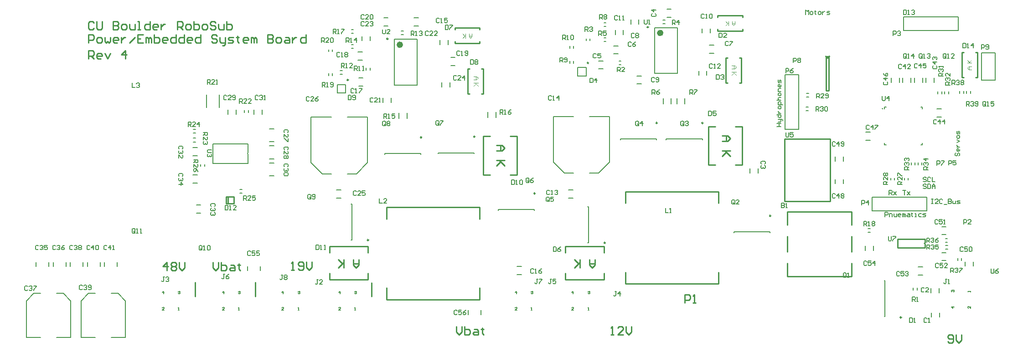
<source format=gto>
G04 Layer_Color=65535*
%FSLAX23Y23*%
%MOIN*%
G70*
G01*
G75*
%ADD60C,0.010*%
%ADD63C,0.006*%
%ADD85C,0.008*%
%ADD86C,0.010*%
%ADD87C,0.024*%
%ADD88C,0.002*%
%ADD89C,0.005*%
%ADD90C,0.004*%
%ADD91C,0.005*%
D60*
X10288Y3280D02*
G03*
X10288Y3268I0J-6D01*
G01*
X9562Y4643D02*
G03*
X9587Y4643I13J0D01*
G01*
X4950Y2885D02*
Y2990D01*
X5390Y2885D02*
Y2990D01*
X6240Y2885D02*
Y2985D01*
X10558Y4490D02*
Y4671D01*
X10672Y4490D02*
Y4671D01*
X10558Y4490D02*
X10572D01*
X10558Y4671D02*
X10572D01*
X10658D02*
X10672D01*
X10658Y4490D02*
X10672D01*
X8772Y4828D02*
X8953D01*
X8772Y4943D02*
X8953D01*
Y4828D02*
Y4843D01*
X8772Y4828D02*
Y4843D01*
Y4928D02*
Y4943D01*
X8953Y4928D02*
Y4943D01*
X8944Y4450D02*
Y4631D01*
X8830Y4450D02*
Y4631D01*
X8930D02*
X8944D01*
X8930Y4450D02*
X8944D01*
X8830D02*
X8844D01*
X8830Y4631D02*
X8844D01*
X6850Y4738D02*
X7031D01*
X6850Y4852D02*
X7031D01*
Y4738D02*
Y4752D01*
X6850Y4738D02*
Y4752D01*
Y4838D02*
Y4852D01*
X7031Y4838D02*
Y4852D01*
X7057Y4370D02*
Y4551D01*
X6943Y4370D02*
Y4551D01*
X7043D02*
X7057D01*
X7043Y4370D02*
X7057D01*
X6943D02*
X6957D01*
X6943Y4551D02*
X6957D01*
X10288Y3280D02*
Y3306D01*
Y3241D02*
Y3268D01*
X10087Y3241D02*
X10288D01*
X10087D02*
Y3306D01*
X10288D01*
X5234Y3564D02*
Y3616D01*
X5178Y3564D02*
X5234D01*
X5178D02*
Y3616D01*
X5179Y3616D02*
X5234D01*
X5191Y3566D02*
Y3614D01*
X8901Y3847D02*
X8950D01*
X8704D02*
X8754D01*
X8901Y4128D02*
X8950D01*
X8704D02*
X8754D01*
X8704Y3847D02*
Y4128D01*
X8950Y3847D02*
Y4128D01*
X7658Y3007D02*
Y3056D01*
Y3204D02*
Y3253D01*
X7939Y3007D02*
Y3056D01*
Y3204D02*
Y3253D01*
X7658D02*
X7939D01*
X7658Y3007D02*
X7939D01*
X7254Y3776D02*
X7303D01*
X7057D02*
X7106D01*
X7254Y4057D02*
X7303D01*
X7057D02*
X7106D01*
X7057Y3776D02*
Y4057D01*
X7303Y3776D02*
Y4057D01*
X5933Y3007D02*
Y3056D01*
Y3204D02*
Y3253D01*
X6214Y3007D02*
Y3056D01*
Y3204D02*
Y3253D01*
X5933D02*
X6214D01*
X5933Y3007D02*
X6214D01*
X9280Y3504D02*
X9752D01*
X9280Y3032D02*
X9752D01*
X9280D02*
Y3127D01*
X9280Y3212D02*
Y3324D01*
Y3409D02*
Y3504D01*
X9752Y3409D02*
Y3504D01*
Y3032D02*
Y3127D01*
Y3212D02*
Y3324D01*
X9259Y3583D02*
X9594D01*
X9259D02*
Y4040D01*
X9594Y3583D02*
Y4040D01*
X9259D02*
X9594D01*
X8777Y2978D02*
Y3062D01*
X8097Y2978D02*
Y3062D01*
Y3569D02*
Y3653D01*
X8777Y3569D02*
Y3653D01*
X8097D02*
X8777D01*
X8097Y2978D02*
X8777D01*
X7030Y2862D02*
Y2947D01*
X6350Y2862D02*
Y2947D01*
Y3453D02*
Y3538D01*
X7030Y3453D02*
Y3538D01*
X6350D02*
X7030D01*
X6350Y2862D02*
X7030D01*
X9585Y4393D02*
Y4643D01*
X9565Y4393D02*
X9585D01*
X9565D02*
Y4643D01*
X9587D01*
X9562D02*
X9585D01*
X4210Y4887D02*
X4200Y4897D01*
X4180D01*
X4170Y4887D01*
Y4847D01*
X4180Y4837D01*
X4200D01*
X4210Y4847D01*
X4230Y4897D02*
Y4847D01*
X4240Y4837D01*
X4260D01*
X4270Y4847D01*
Y4897D01*
X4350D02*
Y4837D01*
X4380D01*
X4390Y4847D01*
Y4857D01*
X4380Y4867D01*
X4350D01*
X4380D01*
X4390Y4877D01*
Y4887D01*
X4380Y4897D01*
X4350D01*
X4420Y4837D02*
X4440D01*
X4450Y4847D01*
Y4867D01*
X4440Y4877D01*
X4420D01*
X4410Y4867D01*
Y4847D01*
X4420Y4837D01*
X4470Y4877D02*
Y4847D01*
X4480Y4837D01*
X4510D01*
Y4877D01*
X4530Y4837D02*
X4550D01*
X4540D01*
Y4897D01*
X4530D01*
X4620D02*
Y4837D01*
X4590D01*
X4580Y4847D01*
Y4867D01*
X4590Y4877D01*
X4620D01*
X4670Y4837D02*
X4650D01*
X4640Y4847D01*
Y4867D01*
X4650Y4877D01*
X4670D01*
X4680Y4867D01*
Y4857D01*
X4640D01*
X4700Y4877D02*
Y4837D01*
Y4857D01*
X4710Y4867D01*
X4720Y4877D01*
X4730D01*
X4820Y4837D02*
Y4897D01*
X4850D01*
X4860Y4887D01*
Y4867D01*
X4850Y4857D01*
X4820D01*
X4840D02*
X4860Y4837D01*
X4890D02*
X4910D01*
X4920Y4847D01*
Y4867D01*
X4910Y4877D01*
X4890D01*
X4880Y4867D01*
Y4847D01*
X4890Y4837D01*
X4940Y4897D02*
Y4837D01*
X4970D01*
X4980Y4847D01*
Y4857D01*
Y4867D01*
X4970Y4877D01*
X4940D01*
X5010Y4837D02*
X5030D01*
X5040Y4847D01*
Y4867D01*
X5030Y4877D01*
X5010D01*
X5000Y4867D01*
Y4847D01*
X5010Y4837D01*
X5100Y4887D02*
X5090Y4897D01*
X5070D01*
X5060Y4887D01*
Y4877D01*
X5070Y4867D01*
X5090D01*
X5100Y4857D01*
Y4847D01*
X5090Y4837D01*
X5070D01*
X5060Y4847D01*
X5120Y4877D02*
Y4847D01*
X5130Y4837D01*
X5160D01*
Y4877D01*
X5180Y4897D02*
Y4837D01*
X5210D01*
X5220Y4847D01*
Y4857D01*
Y4867D01*
X5210Y4877D01*
X5180D01*
X4170Y4741D02*
Y4801D01*
X4200D01*
X4210Y4791D01*
Y4771D01*
X4200Y4761D01*
X4170D01*
X4240Y4741D02*
X4260D01*
X4270Y4751D01*
Y4771D01*
X4260Y4781D01*
X4240D01*
X4230Y4771D01*
Y4751D01*
X4240Y4741D01*
X4290Y4781D02*
Y4751D01*
X4300Y4741D01*
X4310Y4751D01*
X4320Y4741D01*
X4330Y4751D01*
Y4781D01*
X4380Y4741D02*
X4360D01*
X4350Y4751D01*
Y4771D01*
X4360Y4781D01*
X4380D01*
X4390Y4771D01*
Y4761D01*
X4350D01*
X4410Y4781D02*
Y4741D01*
Y4761D01*
X4420Y4771D01*
X4430Y4781D01*
X4440D01*
X4470Y4741D02*
X4510Y4781D01*
X4570Y4801D02*
X4530D01*
Y4741D01*
X4570D01*
X4530Y4771D02*
X4550D01*
X4590Y4741D02*
Y4781D01*
X4600D01*
X4610Y4771D01*
Y4741D01*
Y4771D01*
X4620Y4781D01*
X4630Y4771D01*
Y4741D01*
X4650Y4801D02*
Y4741D01*
X4680D01*
X4690Y4751D01*
Y4761D01*
Y4771D01*
X4680Y4781D01*
X4650D01*
X4740Y4741D02*
X4720D01*
X4710Y4751D01*
Y4771D01*
X4720Y4781D01*
X4740D01*
X4750Y4771D01*
Y4761D01*
X4710D01*
X4810Y4801D02*
Y4741D01*
X4780D01*
X4770Y4751D01*
Y4771D01*
X4780Y4781D01*
X4810D01*
X4870Y4801D02*
Y4741D01*
X4840D01*
X4830Y4751D01*
Y4771D01*
X4840Y4781D01*
X4870D01*
X4920Y4741D02*
X4900D01*
X4890Y4751D01*
Y4771D01*
X4900Y4781D01*
X4920D01*
X4930Y4771D01*
Y4761D01*
X4890D01*
X4990Y4801D02*
Y4741D01*
X4960D01*
X4950Y4751D01*
Y4771D01*
X4960Y4781D01*
X4990D01*
X5110Y4791D02*
X5100Y4801D01*
X5080D01*
X5070Y4791D01*
Y4781D01*
X5080Y4771D01*
X5100D01*
X5110Y4761D01*
Y4751D01*
X5100Y4741D01*
X5080D01*
X5070Y4751D01*
X5130Y4781D02*
Y4751D01*
X5140Y4741D01*
X5170D01*
Y4731D01*
X5160Y4721D01*
X5150D01*
X5170Y4741D02*
Y4781D01*
X5190Y4741D02*
X5220D01*
X5230Y4751D01*
X5220Y4761D01*
X5200D01*
X5190Y4771D01*
X5200Y4781D01*
X5230D01*
X5260Y4791D02*
Y4781D01*
X5250D01*
X5270D01*
X5260D01*
Y4751D01*
X5270Y4741D01*
X5330D02*
X5310D01*
X5300Y4751D01*
Y4771D01*
X5310Y4781D01*
X5330D01*
X5340Y4771D01*
Y4761D01*
X5300D01*
X5360Y4741D02*
Y4781D01*
X5370D01*
X5380Y4771D01*
Y4741D01*
Y4771D01*
X5390Y4781D01*
X5400Y4771D01*
Y4741D01*
X5480Y4801D02*
Y4741D01*
X5510D01*
X5520Y4751D01*
Y4761D01*
X5510Y4771D01*
X5480D01*
X5510D01*
X5520Y4781D01*
Y4791D01*
X5510Y4801D01*
X5480D01*
X5550Y4741D02*
X5570D01*
X5580Y4751D01*
Y4771D01*
X5570Y4781D01*
X5550D01*
X5540Y4771D01*
Y4751D01*
X5550Y4741D01*
X5610Y4781D02*
X5630D01*
X5640Y4771D01*
Y4741D01*
X5610D01*
X5600Y4751D01*
X5610Y4761D01*
X5640D01*
X5660Y4781D02*
Y4741D01*
Y4761D01*
X5670Y4771D01*
X5680Y4781D01*
X5690D01*
X5759Y4801D02*
Y4741D01*
X5729D01*
X5719Y4751D01*
Y4771D01*
X5729Y4781D01*
X5759D01*
X4170Y4625D02*
Y4685D01*
X4200D01*
X4210Y4675D01*
Y4655D01*
X4200Y4645D01*
X4170D01*
X4190D02*
X4210Y4625D01*
X4260D02*
X4240D01*
X4230Y4635D01*
Y4655D01*
X4240Y4665D01*
X4260D01*
X4270Y4655D01*
Y4645D01*
X4230D01*
X4290Y4665D02*
X4310Y4625D01*
X4330Y4665D01*
X4440Y4625D02*
Y4685D01*
X4410Y4655D01*
X4450D01*
X8530Y2840D02*
Y2900D01*
X8560D01*
X8570Y2890D01*
Y2870D01*
X8560Y2860D01*
X8530D01*
X8590Y2840D02*
X8610D01*
X8600D01*
Y2900D01*
X8590Y2890D01*
X6860Y2665D02*
Y2625D01*
X6880Y2605D01*
X6900Y2625D01*
Y2665D01*
X6920D02*
Y2605D01*
X6950D01*
X6960Y2615D01*
Y2625D01*
Y2635D01*
X6950Y2645D01*
X6920D01*
X6990D02*
X7010D01*
X7020Y2635D01*
Y2605D01*
X6990D01*
X6980Y2615D01*
X6990Y2625D01*
X7020D01*
X7050Y2655D02*
Y2645D01*
X7040D01*
X7060D01*
X7050D01*
Y2615D01*
X7060Y2605D01*
X4745Y3075D02*
Y3135D01*
X4715Y3105D01*
X4755D01*
X4775Y3125D02*
X4785Y3135D01*
X4805D01*
X4815Y3125D01*
Y3115D01*
X4805Y3105D01*
X4815Y3095D01*
Y3085D01*
X4805Y3075D01*
X4785D01*
X4775Y3085D01*
Y3095D01*
X4785Y3105D01*
X4775Y3115D01*
Y3125D01*
X4785Y3105D02*
X4805D01*
X4835Y3135D02*
Y3095D01*
X4855Y3075D01*
X4875Y3095D01*
Y3135D01*
X5080D02*
Y3095D01*
X5100Y3075D01*
X5120Y3095D01*
Y3135D01*
X5140D02*
Y3075D01*
X5170D01*
X5180Y3085D01*
Y3095D01*
Y3105D01*
X5170Y3115D01*
X5140D01*
X5210D02*
X5230D01*
X5240Y3105D01*
Y3075D01*
X5210D01*
X5200Y3085D01*
X5210Y3095D01*
X5240D01*
X5270Y3125D02*
Y3115D01*
X5260D01*
X5280D01*
X5270D01*
Y3085D01*
X5280Y3075D01*
X7990Y2605D02*
X8010D01*
X8000D01*
Y2665D01*
X7990Y2655D01*
X8080Y2605D02*
X8040D01*
X8080Y2645D01*
Y2655D01*
X8070Y2665D01*
X8050D01*
X8040Y2655D01*
X8100Y2665D02*
Y2625D01*
X8120Y2605D01*
X8140Y2625D01*
Y2665D01*
X5655Y3080D02*
X5675D01*
X5665D01*
Y3140D01*
X5655Y3130D01*
X5705Y3090D02*
X5715Y3080D01*
X5735D01*
X5745Y3090D01*
Y3130D01*
X5735Y3140D01*
X5715D01*
X5705Y3130D01*
Y3120D01*
X5715Y3110D01*
X5745D01*
X5765Y3140D02*
Y3100D01*
X5785Y3080D01*
X5805Y3100D01*
Y3140D01*
X10455Y2555D02*
X10465Y2545D01*
X10485D01*
X10495Y2555D01*
Y2595D01*
X10485Y2605D01*
X10465D01*
X10455Y2595D01*
Y2585D01*
X10465Y2575D01*
X10495D01*
X10515Y2605D02*
Y2565D01*
X10535Y2545D01*
X10555Y2565D01*
Y2605D01*
X8803Y4062D02*
X8843D01*
X8863Y4042D01*
X8843Y4022D01*
X8803D01*
X8833D01*
Y4062D01*
X8863Y3952D02*
X8803D01*
X8823D01*
X8863Y3912D01*
X8833Y3942D01*
X8803Y3912D01*
X7873Y3155D02*
Y3115D01*
X7853Y3095D01*
X7833Y3115D01*
Y3155D01*
Y3125D01*
X7873D01*
X7763Y3095D02*
Y3155D01*
Y3135D01*
X7723Y3095D01*
X7753Y3125D01*
X7723Y3155D01*
X7155Y3992D02*
X7195D01*
X7215Y3972D01*
X7195Y3952D01*
X7155D01*
X7185D01*
Y3992D01*
X7215Y3881D02*
X7155D01*
X7175D01*
X7215Y3841D01*
X7185Y3871D01*
X7155Y3841D01*
X6148Y3155D02*
Y3115D01*
X6128Y3095D01*
X6108Y3115D01*
Y3155D01*
Y3125D01*
X6148D01*
X6038Y3095D02*
Y3155D01*
Y3135D01*
X5998Y3095D01*
X6028Y3125D01*
X5998Y3155D01*
D63*
X5305Y3590D02*
Y3622D01*
X5321D01*
X5326Y3617D01*
Y3606D01*
X5321Y3601D01*
X5305D01*
X5316D02*
X5326Y3590D01*
X5358D02*
X5337D01*
X5358Y3611D01*
Y3617D01*
X5353Y3622D01*
X5342D01*
X5337Y3617D01*
X5390Y3622D02*
X5369D01*
Y3606D01*
X5380Y3611D01*
X5385D01*
X5390Y3606D01*
Y3595D01*
X5385Y3590D01*
X5374D01*
X5369Y3595D01*
X5591Y3042D02*
X5581D01*
X5586D01*
Y3015D01*
X5581Y3010D01*
X5575D01*
X5570Y3015D01*
X5602Y3037D02*
X5607Y3042D01*
X5618D01*
X5623Y3037D01*
Y3031D01*
X5618Y3026D01*
X5623Y3021D01*
Y3015D01*
X5618Y3010D01*
X5607D01*
X5602Y3015D01*
Y3021D01*
X5607Y3026D01*
X5602Y3031D01*
Y3037D01*
X5607Y3026D02*
X5618D01*
X6866Y2780D02*
X6861Y2785D01*
X6850D01*
X6845Y2780D01*
Y2758D01*
X6850Y2753D01*
X6861D01*
X6866Y2758D01*
X6898Y2785D02*
X6877D01*
Y2769D01*
X6888Y2774D01*
X6893D01*
X6898Y2769D01*
Y2758D01*
X6893Y2753D01*
X6882D01*
X6877Y2758D01*
X6930Y2785D02*
X6920Y2780D01*
X6909Y2769D01*
Y2758D01*
X6914Y2753D01*
X6925D01*
X6930Y2758D01*
Y2764D01*
X6925Y2769D01*
X6909D01*
X5356Y3212D02*
X5351Y3217D01*
X5340D01*
X5335Y3212D01*
Y3190D01*
X5340Y3185D01*
X5351D01*
X5356Y3190D01*
X5388Y3217D02*
X5367D01*
Y3201D01*
X5378Y3206D01*
X5383D01*
X5388Y3201D01*
Y3190D01*
X5383Y3185D01*
X5372D01*
X5367Y3190D01*
X5420Y3217D02*
X5399D01*
Y3201D01*
X5410Y3206D01*
X5415D01*
X5420Y3201D01*
Y3190D01*
X5415Y3185D01*
X5404D01*
X5399Y3190D01*
X7456Y3012D02*
X7446D01*
X7451D01*
Y2985D01*
X7446Y2980D01*
X7440D01*
X7435Y2985D01*
X7467Y3012D02*
X7488D01*
Y3007D01*
X7467Y2985D01*
Y2980D01*
X5166Y3047D02*
X5156D01*
X5161D01*
Y3020D01*
X5156Y3015D01*
X5150D01*
X5145Y3020D01*
X5198Y3047D02*
X5188Y3042D01*
X5177Y3031D01*
Y3020D01*
X5182Y3015D01*
X5193D01*
X5198Y3020D01*
Y3026D01*
X5193Y3031D01*
X5177D01*
X10020Y3325D02*
Y3298D01*
X10025Y3293D01*
X10036D01*
X10041Y3298D01*
Y3325D01*
X10052D02*
X10073D01*
Y3320D01*
X10052Y3298D01*
Y3293D01*
X10770Y3087D02*
Y3060D01*
X10775Y3055D01*
X10786D01*
X10791Y3060D01*
Y3087D01*
X10823D02*
X10813Y3082D01*
X10802Y3071D01*
Y3060D01*
X10807Y3055D01*
X10818D01*
X10823Y3060D01*
Y3066D01*
X10818Y3071D01*
X10802D01*
X9270Y4085D02*
Y4058D01*
X9275Y4053D01*
X9286D01*
X9291Y4058D01*
Y4085D01*
X9323D02*
X9302D01*
Y4069D01*
X9313Y4074D01*
X9318D01*
X9323Y4069D01*
Y4058D01*
X9318Y4053D01*
X9307D01*
X9302Y4058D01*
X9975Y4352D02*
Y4325D01*
X9980Y4320D01*
X9991D01*
X9996Y4325D01*
Y4352D01*
X10023Y4320D02*
Y4352D01*
X10007Y4336D01*
X10028D01*
X6322Y4839D02*
Y4812D01*
X6327Y4807D01*
X6338D01*
X6343Y4812D01*
Y4839D01*
X6375Y4807D02*
X6354D01*
X6375Y4828D01*
Y4834D01*
X6370Y4839D01*
X6359D01*
X6354Y4834D01*
X8235Y4912D02*
Y4885D01*
X8240Y4880D01*
X8251D01*
X8256Y4885D01*
Y4912D01*
X8267Y4880D02*
X8278D01*
X8272D01*
Y4912D01*
X8267Y4907D01*
X10475Y3061D02*
Y3093D01*
X10491D01*
X10496Y3088D01*
Y3077D01*
X10491Y3072D01*
X10475D01*
X10486D02*
X10496Y3061D01*
X10507Y3088D02*
X10512Y3093D01*
X10523D01*
X10528Y3088D01*
Y3083D01*
X10523Y3077D01*
X10518D01*
X10523D01*
X10528Y3072D01*
Y3067D01*
X10523Y3061D01*
X10512D01*
X10507Y3067D01*
X10539Y3093D02*
X10560D01*
Y3088D01*
X10539Y3067D01*
Y3061D01*
X10299Y3281D02*
Y3313D01*
X10315D01*
X10320Y3308D01*
Y3297D01*
X10315Y3292D01*
X10299D01*
X10310D02*
X10320Y3281D01*
X10331Y3308D02*
X10336Y3313D01*
X10347D01*
X10352Y3308D01*
Y3303D01*
X10347Y3297D01*
X10342D01*
X10347D01*
X10352Y3292D01*
Y3287D01*
X10347Y3281D01*
X10336D01*
X10331Y3287D01*
X10384Y3313D02*
X10374Y3308D01*
X10363Y3297D01*
Y3287D01*
X10368Y3281D01*
X10379D01*
X10384Y3287D01*
Y3292D01*
X10379Y3297D01*
X10363D01*
X10300Y3231D02*
Y3263D01*
X10316D01*
X10321Y3258D01*
Y3247D01*
X10316Y3242D01*
X10300D01*
X10311D02*
X10321Y3231D01*
X10332Y3258D02*
X10337Y3263D01*
X10348D01*
X10353Y3258D01*
Y3253D01*
X10348Y3247D01*
X10343D01*
X10348D01*
X10353Y3242D01*
Y3237D01*
X10348Y3231D01*
X10337D01*
X10332Y3237D01*
X10385Y3263D02*
X10364D01*
Y3247D01*
X10375Y3253D01*
X10380D01*
X10385Y3247D01*
Y3237D01*
X10380Y3231D01*
X10369D01*
X10364Y3237D01*
X10310Y3813D02*
X10278D01*
Y3829D01*
X10283Y3834D01*
X10294D01*
X10299Y3829D01*
Y3813D01*
Y3824D02*
X10310Y3834D01*
X10283Y3845D02*
X10278Y3850D01*
Y3861D01*
X10283Y3866D01*
X10289D01*
X10294Y3861D01*
Y3856D01*
Y3861D01*
X10299Y3866D01*
X10305D01*
X10310Y3861D01*
Y3850D01*
X10305Y3845D01*
X10310Y3893D02*
X10278D01*
X10294Y3877D01*
Y3898D01*
X10170Y3813D02*
X10138D01*
Y3829D01*
X10143Y3834D01*
X10154D01*
X10159Y3829D01*
Y3813D01*
Y3824D02*
X10170Y3834D01*
X10143Y3845D02*
X10138Y3850D01*
Y3861D01*
X10143Y3866D01*
X10149D01*
X10154Y3861D01*
Y3856D01*
Y3861D01*
X10159Y3866D01*
X10165D01*
X10170Y3861D01*
Y3850D01*
X10165Y3845D01*
X10143Y3877D02*
X10138Y3882D01*
Y3893D01*
X10143Y3898D01*
X10149D01*
X10154Y3893D01*
Y3888D01*
Y3893D01*
X10159Y3898D01*
X10165D01*
X10170Y3893D01*
Y3882D01*
X10165Y3877D01*
X10470Y4433D02*
X10438D01*
Y4449D01*
X10443Y4454D01*
X10454D01*
X10459Y4449D01*
Y4433D01*
Y4444D02*
X10470Y4454D01*
X10443Y4465D02*
X10438Y4470D01*
Y4481D01*
X10443Y4486D01*
X10449D01*
X10454Y4481D01*
Y4476D01*
Y4481D01*
X10459Y4486D01*
X10465D01*
X10470Y4481D01*
Y4470D01*
X10465Y4465D01*
X10470Y4518D02*
Y4497D01*
X10449Y4518D01*
X10443D01*
X10438Y4513D01*
Y4502D01*
X10443Y4497D01*
X10420Y4498D02*
X10388D01*
Y4514D01*
X10393Y4519D01*
X10404D01*
X10409Y4514D01*
Y4498D01*
Y4509D02*
X10420Y4519D01*
X10393Y4530D02*
X10388Y4535D01*
Y4546D01*
X10393Y4551D01*
X10399D01*
X10404Y4546D01*
Y4541D01*
Y4546D01*
X10409Y4551D01*
X10415D01*
X10420Y4546D01*
Y4535D01*
X10415Y4530D01*
X10420Y4562D02*
Y4573D01*
Y4567D01*
X10388D01*
X10393Y4562D01*
X9490Y4243D02*
Y4275D01*
X9506D01*
X9511Y4270D01*
Y4259D01*
X9506Y4254D01*
X9490D01*
X9501D02*
X9511Y4243D01*
X9522Y4270D02*
X9527Y4275D01*
X9538D01*
X9543Y4270D01*
Y4264D01*
X9538Y4259D01*
X9533D01*
X9538D01*
X9543Y4254D01*
Y4248D01*
X9538Y4243D01*
X9527D01*
X9522Y4248D01*
X9554Y4270D02*
X9559Y4275D01*
X9570D01*
X9575Y4270D01*
Y4248D01*
X9570Y4243D01*
X9559D01*
X9554Y4248D01*
Y4270D01*
X9495Y4338D02*
Y4370D01*
X9511D01*
X9516Y4365D01*
Y4354D01*
X9511Y4349D01*
X9495D01*
X9506D02*
X9516Y4338D01*
X9548D02*
X9527D01*
X9548Y4359D01*
Y4365D01*
X9543Y4370D01*
X9532D01*
X9527Y4365D01*
X9559Y4343D02*
X9564Y4338D01*
X9575D01*
X9580Y4343D01*
Y4365D01*
X9575Y4370D01*
X9564D01*
X9559Y4365D01*
Y4359D01*
X9564Y4354D01*
X9580D01*
X10015Y3705D02*
X9983D01*
Y3721D01*
X9988Y3726D01*
X9999D01*
X10004Y3721D01*
Y3705D01*
Y3716D02*
X10015Y3726D01*
Y3758D02*
Y3737D01*
X9994Y3758D01*
X9988D01*
X9983Y3753D01*
Y3742D01*
X9988Y3737D01*
Y3769D02*
X9983Y3774D01*
Y3785D01*
X9988Y3790D01*
X9994D01*
X9999Y3785D01*
X10004Y3790D01*
X10010D01*
X10015Y3785D01*
Y3774D01*
X10010Y3769D01*
X10004D01*
X9999Y3774D01*
X9994Y3769D01*
X9988D01*
X9999Y3774D02*
Y3785D01*
X10120Y3705D02*
X10088D01*
Y3721D01*
X10093Y3726D01*
X10104D01*
X10109Y3721D01*
Y3705D01*
Y3716D02*
X10120Y3726D01*
Y3758D02*
Y3737D01*
X10099Y3758D01*
X10093D01*
X10088Y3753D01*
Y3742D01*
X10093Y3737D01*
X10088Y3769D02*
Y3790D01*
X10093D01*
X10115Y3769D01*
X10120D01*
X4940Y3885D02*
X4972D01*
Y3869D01*
X4967Y3864D01*
X4956D01*
X4951Y3869D01*
Y3885D01*
Y3874D02*
X4940Y3864D01*
Y3832D02*
Y3853D01*
X4961Y3832D01*
X4967D01*
X4972Y3837D01*
Y3848D01*
X4967Y3853D01*
X4972Y3800D02*
X4967Y3810D01*
X4956Y3821D01*
X4945D01*
X4940Y3816D01*
Y3805D01*
X4945Y3800D01*
X4951D01*
X4956Y3805D01*
Y3821D01*
X4900Y4130D02*
Y4162D01*
X4916D01*
X4921Y4157D01*
Y4146D01*
X4916Y4141D01*
X4900D01*
X4911D02*
X4921Y4130D01*
X4953D02*
X4932D01*
X4953Y4151D01*
Y4157D01*
X4948Y4162D01*
X4937D01*
X4932Y4157D01*
X4980Y4130D02*
Y4162D01*
X4964Y4146D01*
X4985D01*
X5010Y4085D02*
X5042D01*
Y4069D01*
X5037Y4064D01*
X5026D01*
X5021Y4069D01*
Y4085D01*
Y4074D02*
X5010Y4064D01*
Y4032D02*
Y4053D01*
X5031Y4032D01*
X5037D01*
X5042Y4037D01*
Y4048D01*
X5037Y4053D01*
Y4021D02*
X5042Y4016D01*
Y4005D01*
X5037Y4000D01*
X5031D01*
X5026Y4005D01*
Y4010D01*
Y4005D01*
X5021Y4000D01*
X5015D01*
X5010Y4005D01*
Y4016D01*
X5015Y4021D01*
X5275Y4300D02*
Y4332D01*
X5291D01*
X5296Y4327D01*
Y4316D01*
X5291Y4311D01*
X5275D01*
X5286D02*
X5296Y4300D01*
X5328D02*
X5307D01*
X5328Y4321D01*
Y4327D01*
X5323Y4332D01*
X5312D01*
X5307Y4327D01*
X5360Y4300D02*
X5339D01*
X5360Y4321D01*
Y4327D01*
X5355Y4332D01*
X5344D01*
X5339Y4327D01*
X5875Y4745D02*
Y4777D01*
X5891D01*
X5896Y4771D01*
Y4761D01*
X5891Y4755D01*
X5875D01*
X5886D02*
X5896Y4745D01*
X5928D02*
X5907D01*
X5928Y4766D01*
Y4771D01*
X5923Y4777D01*
X5912D01*
X5907Y4771D01*
X5939D02*
X5944Y4777D01*
X5955D01*
X5960Y4771D01*
Y4750D01*
X5955Y4745D01*
X5944D01*
X5939Y4750D01*
Y4771D01*
X5880Y4420D02*
Y4452D01*
X5896D01*
X5901Y4447D01*
Y4436D01*
X5896Y4431D01*
X5880D01*
X5891D02*
X5901Y4420D01*
X5912D02*
X5923D01*
X5917D01*
Y4452D01*
X5912Y4447D01*
X5939Y4425D02*
X5944Y4420D01*
X5955D01*
X5960Y4425D01*
Y4447D01*
X5955Y4452D01*
X5944D01*
X5939Y4447D01*
Y4441D01*
X5944Y4436D01*
X5960D01*
X5960Y4810D02*
Y4842D01*
X5976D01*
X5982Y4837D01*
Y4826D01*
X5976Y4821D01*
X5960D01*
X5971D02*
X5982Y4810D01*
X5992D02*
X6003D01*
X5998D01*
Y4842D01*
X5992Y4837D01*
X6019Y4842D02*
X6040D01*
Y4837D01*
X6019Y4815D01*
Y4810D01*
X7180Y4220D02*
Y4252D01*
X7196D01*
X7201Y4247D01*
Y4236D01*
X7196Y4231D01*
X7180D01*
X7191D02*
X7201Y4220D01*
X7212D02*
X7223D01*
X7217D01*
Y4252D01*
X7212Y4247D01*
X7260Y4252D02*
X7249Y4247D01*
X7239Y4236D01*
Y4225D01*
X7244Y4220D01*
X7255D01*
X7260Y4225D01*
Y4231D01*
X7255Y4236D01*
X7239D01*
X6330Y4190D02*
Y4222D01*
X6346D01*
X6351Y4217D01*
Y4206D01*
X6346Y4201D01*
X6330D01*
X6341D02*
X6351Y4190D01*
X6362D02*
X6373D01*
X6367D01*
Y4222D01*
X6362Y4217D01*
X6410Y4222D02*
X6389D01*
Y4206D01*
X6399Y4211D01*
X6405D01*
X6410Y4206D01*
Y4195D01*
X6405Y4190D01*
X6394D01*
X6389Y4195D01*
X6055Y4745D02*
Y4777D01*
X6071D01*
X6076Y4772D01*
Y4761D01*
X6071Y4756D01*
X6055D01*
X6066D02*
X6076Y4745D01*
X6087D02*
X6098D01*
X6092D01*
Y4777D01*
X6087Y4772D01*
X6130Y4745D02*
Y4777D01*
X6114Y4761D01*
X6135D01*
X6530Y4795D02*
Y4827D01*
X6546D01*
X6551Y4822D01*
Y4811D01*
X6546Y4806D01*
X6530D01*
X6541D02*
X6551Y4795D01*
X6562D02*
X6573D01*
X6567D01*
Y4827D01*
X6562Y4822D01*
X6589D02*
X6594Y4827D01*
X6605D01*
X6610Y4822D01*
Y4816D01*
X6605Y4811D01*
X6599D01*
X6605D01*
X6610Y4806D01*
Y4800D01*
X6605Y4795D01*
X6594D01*
X6589Y4800D01*
X6020Y4560D02*
Y4592D01*
X6036D01*
X6041Y4587D01*
Y4576D01*
X6036Y4571D01*
X6020D01*
X6031D02*
X6041Y4560D01*
X6052D02*
X6063D01*
X6057D01*
Y4592D01*
X6052Y4587D01*
X6100Y4560D02*
X6079D01*
X6100Y4581D01*
Y4587D01*
X6095Y4592D01*
X6084D01*
X6079Y4587D01*
X6115Y4540D02*
Y4572D01*
X6131D01*
X6136Y4567D01*
Y4556D01*
X6131Y4551D01*
X6115D01*
X6126D02*
X6136Y4540D01*
X6147D02*
X6158D01*
X6152D01*
Y4572D01*
X6147Y4567D01*
X6174Y4540D02*
X6184D01*
X6179D01*
Y4572D01*
X6174Y4567D01*
X7637Y4766D02*
Y4798D01*
X7653D01*
X7659Y4792D01*
Y4782D01*
X7653Y4776D01*
X7637D01*
X7648D02*
X7659Y4766D01*
X7669D02*
X7680D01*
X7675D01*
Y4798D01*
X7669Y4792D01*
X7696D02*
X7701Y4798D01*
X7712D01*
X7717Y4792D01*
Y4771D01*
X7712Y4766D01*
X7701D01*
X7696Y4771D01*
Y4792D01*
X7617Y4601D02*
Y4633D01*
X7633D01*
X7639Y4627D01*
Y4617D01*
X7633Y4611D01*
X7617D01*
X7628D02*
X7639Y4601D01*
X7649Y4606D02*
X7655Y4601D01*
X7665D01*
X7671Y4606D01*
Y4627D01*
X7665Y4633D01*
X7655D01*
X7649Y4627D01*
Y4622D01*
X7655Y4617D01*
X7671D01*
X7907Y4916D02*
Y4948D01*
X7923D01*
X7929Y4942D01*
Y4932D01*
X7923Y4926D01*
X7907D01*
X7918D02*
X7929Y4916D01*
X7939Y4942D02*
X7945Y4948D01*
X7955D01*
X7961Y4942D01*
Y4937D01*
X7955Y4932D01*
X7961Y4926D01*
Y4921D01*
X7955Y4916D01*
X7945D01*
X7939Y4921D01*
Y4926D01*
X7945Y4932D01*
X7939Y4937D01*
Y4942D01*
X7945Y4932D02*
X7955D01*
X8567Y4366D02*
Y4398D01*
X8583D01*
X8589Y4392D01*
Y4382D01*
X8583Y4376D01*
X8567D01*
X8578D02*
X8589Y4366D01*
X8599Y4398D02*
X8621D01*
Y4392D01*
X8599Y4371D01*
Y4366D01*
X8292D02*
Y4398D01*
X8308D01*
X8314Y4392D01*
Y4382D01*
X8308Y4376D01*
X8292D01*
X8303D02*
X8314Y4366D01*
X8346Y4398D02*
X8335Y4392D01*
X8324Y4382D01*
Y4371D01*
X8330Y4366D01*
X8340D01*
X8346Y4371D01*
Y4376D01*
X8340Y4382D01*
X8324D01*
X7902Y4796D02*
Y4828D01*
X7918D01*
X7924Y4822D01*
Y4812D01*
X7918Y4806D01*
X7902D01*
X7913D02*
X7924Y4796D01*
X7956Y4828D02*
X7934D01*
Y4812D01*
X7945Y4817D01*
X7950D01*
X7956Y4812D01*
Y4801D01*
X7950Y4796D01*
X7940D01*
X7934Y4801D01*
X8440Y4875D02*
Y4907D01*
X8456D01*
X8461Y4902D01*
Y4891D01*
X8456Y4886D01*
X8440D01*
X8451D02*
X8461Y4875D01*
X8488D02*
Y4907D01*
X8472Y4891D01*
X8493D01*
X7802Y4826D02*
Y4858D01*
X7818D01*
X7824Y4853D01*
Y4842D01*
X7818Y4837D01*
X7802D01*
X7813D02*
X7824Y4826D01*
X7834Y4853D02*
X7840Y4858D01*
X7850D01*
X7856Y4853D01*
Y4847D01*
X7850Y4842D01*
X7845D01*
X7850D01*
X7856Y4837D01*
Y4831D01*
X7850Y4826D01*
X7840D01*
X7834Y4831D01*
X8037Y4531D02*
Y4563D01*
X8053D01*
X8059Y4557D01*
Y4547D01*
X8053Y4541D01*
X8037D01*
X8048D02*
X8059Y4531D01*
X8091D02*
X8069D01*
X8091Y4552D01*
Y4557D01*
X8085Y4563D01*
X8075D01*
X8069Y4557D01*
X10195Y2850D02*
Y2882D01*
X10211D01*
X10216Y2877D01*
Y2866D01*
X10211Y2861D01*
X10195D01*
X10206D02*
X10216Y2850D01*
X10227D02*
X10238D01*
X10232D01*
Y2882D01*
X10227Y2877D01*
X10151Y4635D02*
Y4657D01*
X10146Y4662D01*
X10135D01*
X10130Y4657D01*
Y4635D01*
X10135Y4630D01*
X10146D01*
X10140Y4641D02*
X10151Y4630D01*
X10146D02*
X10151Y4635D01*
X10162Y4630D02*
X10172D01*
X10167D01*
Y4662D01*
X10162Y4657D01*
X10204Y4630D02*
Y4662D01*
X10188Y4646D01*
X10210D01*
X10266Y4635D02*
Y4657D01*
X10261Y4662D01*
X10250D01*
X10245Y4657D01*
Y4635D01*
X10250Y4630D01*
X10261D01*
X10256Y4641D02*
X10266Y4630D01*
X10261D02*
X10266Y4635D01*
X10277Y4630D02*
X10288D01*
X10282D01*
Y4662D01*
X10277Y4657D01*
X10304D02*
X10309Y4662D01*
X10320D01*
X10325Y4657D01*
Y4651D01*
X10320Y4646D01*
X10314D01*
X10320D01*
X10325Y4641D01*
Y4635D01*
X10320Y4630D01*
X10309D01*
X10304Y4635D01*
X10441D02*
Y4657D01*
X10436Y4662D01*
X10425D01*
X10420Y4657D01*
Y4635D01*
X10425Y4630D01*
X10436D01*
X10431Y4641D02*
X10441Y4630D01*
X10436D02*
X10441Y4635D01*
X10452Y4630D02*
X10463D01*
X10457D01*
Y4662D01*
X10452Y4657D01*
X10500Y4630D02*
X10479D01*
X10500Y4651D01*
Y4657D01*
X10495Y4662D01*
X10484D01*
X10479Y4657D01*
X4511Y3355D02*
Y3377D01*
X4506Y3382D01*
X4495D01*
X4490Y3377D01*
Y3355D01*
X4495Y3350D01*
X4506D01*
X4501Y3361D02*
X4511Y3350D01*
X4506D02*
X4511Y3355D01*
X4522Y3350D02*
X4533D01*
X4527D01*
Y3382D01*
X4522Y3377D01*
X4549Y3350D02*
X4559D01*
X4554D01*
Y3382D01*
X4549Y3377D01*
X5001Y3230D02*
Y3252D01*
X4996Y3257D01*
X4985D01*
X4980Y3252D01*
Y3230D01*
X4985Y3225D01*
X4996D01*
X4991Y3236D02*
X5001Y3225D01*
X4996D02*
X5001Y3230D01*
X5012Y3225D02*
X5023D01*
X5017D01*
Y3257D01*
X5012Y3252D01*
X5039D02*
X5044Y3257D01*
X5055D01*
X5060Y3252D01*
Y3230D01*
X5055Y3225D01*
X5044D01*
X5039Y3230D01*
Y3252D01*
X5796Y3605D02*
Y3627D01*
X5791Y3632D01*
X5780D01*
X5775Y3627D01*
Y3605D01*
X5780Y3600D01*
X5791D01*
X5786Y3611D02*
X5796Y3600D01*
X5791D02*
X5796Y3605D01*
X5807D02*
X5812Y3600D01*
X5823D01*
X5828Y3605D01*
Y3627D01*
X5823Y3632D01*
X5812D01*
X5807Y3627D01*
Y3621D01*
X5812Y3616D01*
X5828D01*
X6343Y4140D02*
Y4161D01*
X6338Y4167D01*
X6327D01*
X6322Y4161D01*
Y4140D01*
X6327Y4135D01*
X6338D01*
X6333Y4145D02*
X6343Y4135D01*
X6338D02*
X6343Y4140D01*
X6354Y4161D02*
X6359Y4167D01*
X6370D01*
X6375Y4161D01*
Y4156D01*
X6370Y4151D01*
X6375Y4145D01*
Y4140D01*
X6370Y4135D01*
X6359D01*
X6354Y4140D01*
Y4145D01*
X6359Y4151D01*
X6354Y4156D01*
Y4161D01*
X6359Y4151D02*
X6370D01*
X6733Y4145D02*
Y4167D01*
X6728Y4172D01*
X6717D01*
X6712Y4167D01*
Y4145D01*
X6717Y4140D01*
X6728D01*
X6723Y4151D02*
X6733Y4140D01*
X6728D02*
X6733Y4145D01*
X6744Y4172D02*
X6765D01*
Y4167D01*
X6744Y4145D01*
Y4140D01*
X7391Y3725D02*
Y3747D01*
X7386Y3752D01*
X7375D01*
X7370Y3747D01*
Y3725D01*
X7375Y3720D01*
X7386D01*
X7381Y3731D02*
X7391Y3720D01*
X7386D02*
X7391Y3725D01*
X7423Y3752D02*
X7413Y3747D01*
X7402Y3736D01*
Y3725D01*
X7407Y3720D01*
X7418D01*
X7423Y3725D01*
Y3731D01*
X7418Y3736D01*
X7402D01*
X7539Y3586D02*
Y3607D01*
X7533Y3613D01*
X7523D01*
X7517Y3607D01*
Y3586D01*
X7523Y3581D01*
X7533D01*
X7528Y3591D02*
X7539Y3581D01*
X7533D02*
X7539Y3586D01*
X7571Y3613D02*
X7549D01*
Y3597D01*
X7560Y3602D01*
X7565D01*
X7571Y3597D01*
Y3586D01*
X7565Y3581D01*
X7555D01*
X7549Y3586D01*
X8194Y4141D02*
Y4163D01*
X8188Y4168D01*
X8178D01*
X8172Y4163D01*
Y4141D01*
X8178Y4136D01*
X8188D01*
X8183Y4147D02*
X8194Y4136D01*
X8188D02*
X8194Y4141D01*
X8220Y4136D02*
Y4168D01*
X8204Y4152D01*
X8226D01*
X8524Y4141D02*
Y4163D01*
X8518Y4168D01*
X8508D01*
X8502Y4163D01*
Y4141D01*
X8508Y4136D01*
X8518D01*
X8513Y4147D02*
X8524Y4136D01*
X8518D02*
X8524Y4141D01*
X8534Y4163D02*
X8540Y4168D01*
X8550D01*
X8556Y4163D01*
Y4157D01*
X8550Y4152D01*
X8545D01*
X8550D01*
X8556Y4147D01*
Y4141D01*
X8550Y4136D01*
X8540D01*
X8534Y4141D01*
X8896Y3566D02*
Y3587D01*
X8890Y3593D01*
X8880D01*
X8874Y3587D01*
Y3566D01*
X8880Y3561D01*
X8890D01*
X8885Y3571D02*
X8896Y3561D01*
X8890D02*
X8896Y3566D01*
X8928Y3561D02*
X8906D01*
X8928Y3582D01*
Y3587D01*
X8922Y3593D01*
X8912D01*
X8906Y3587D01*
X9710Y3030D02*
Y3052D01*
X9705Y3057D01*
X9694D01*
X9689Y3052D01*
Y3030D01*
X9694Y3025D01*
X9705D01*
X9700Y3036D02*
X9710Y3025D01*
X9705D02*
X9710Y3030D01*
X9721Y3025D02*
X9732D01*
X9726D01*
Y3057D01*
X9721Y3052D01*
X9325Y4598D02*
Y4630D01*
X9341D01*
X9346Y4625D01*
Y4614D01*
X9341Y4609D01*
X9325D01*
X9357Y4625D02*
X9362Y4630D01*
X9373D01*
X9378Y4625D01*
Y4619D01*
X9373Y4614D01*
X9378Y4609D01*
Y4603D01*
X9373Y4598D01*
X9362D01*
X9357Y4603D01*
Y4609D01*
X9362Y4614D01*
X9357Y4619D01*
Y4625D01*
X9362Y4614D02*
X9373D01*
X9270Y4523D02*
Y4555D01*
X9286D01*
X9291Y4550D01*
Y4539D01*
X9286Y4534D01*
X9270D01*
X9323Y4555D02*
X9313Y4550D01*
X9302Y4539D01*
Y4528D01*
X9307Y4523D01*
X9318D01*
X9323Y4528D01*
Y4534D01*
X9318Y4539D01*
X9302D01*
X9825Y3555D02*
Y3587D01*
X9841D01*
X9846Y3582D01*
Y3571D01*
X9841Y3566D01*
X9825D01*
X9873Y3555D02*
Y3587D01*
X9857Y3571D01*
X9878D01*
X10055Y4795D02*
Y4827D01*
X10071D01*
X10076Y4822D01*
Y4811D01*
X10071Y4806D01*
X10055D01*
X10087Y4822D02*
X10092Y4827D01*
X10103D01*
X10108Y4822D01*
Y4816D01*
X10103Y4811D01*
X10098D01*
X10103D01*
X10108Y4806D01*
Y4800D01*
X10103Y4795D01*
X10092D01*
X10087Y4800D01*
X10570Y3415D02*
Y3447D01*
X10586D01*
X10591Y3442D01*
Y3431D01*
X10586Y3426D01*
X10570D01*
X10623Y3415D02*
X10602D01*
X10623Y3436D01*
Y3442D01*
X10618Y3447D01*
X10607D01*
X10602Y3442D01*
X4490Y4447D02*
Y4415D01*
X4511D01*
X4522Y4442D02*
X4527Y4447D01*
X4538D01*
X4543Y4442D01*
Y4436D01*
X4538Y4431D01*
X4533D01*
X4538D01*
X4543Y4426D01*
Y4420D01*
X4538Y4415D01*
X4527D01*
X4522Y4420D01*
X6298Y3601D02*
Y3569D01*
X6319D01*
X6351D02*
X6330D01*
X6351Y3590D01*
Y3596D01*
X6346Y3601D01*
X6335D01*
X6330Y3596D01*
X8389Y3532D02*
Y3500D01*
X8411D01*
X8421D02*
X8432D01*
X8427D01*
Y3532D01*
X8421Y3526D01*
X7556Y3012D02*
X7546D01*
X7551D01*
Y2985D01*
X7546Y2980D01*
X7540D01*
X7535Y2985D01*
X7588Y3012D02*
X7567D01*
Y2996D01*
X7578Y3001D01*
X7583D01*
X7588Y2996D01*
Y2985D01*
X7583Y2980D01*
X7572D01*
X7567Y2985D01*
X8031Y2922D02*
X8021D01*
X8026D01*
Y2895D01*
X8021Y2890D01*
X8015D01*
X8010Y2895D01*
X8058Y2890D02*
Y2922D01*
X8042Y2906D01*
X8063D01*
X4726Y3027D02*
X4716D01*
X4721D01*
Y3000D01*
X4716Y2995D01*
X4710D01*
X4705Y3000D01*
X4737Y3022D02*
X4742Y3027D01*
X4753D01*
X4758Y3022D01*
Y3016D01*
X4753Y3011D01*
X4748D01*
X4753D01*
X4758Y3006D01*
Y3000D01*
X4753Y2995D01*
X4742D01*
X4737Y3000D01*
X5850Y3007D02*
X5840D01*
X5845D01*
Y2980D01*
X5840Y2975D01*
X5834D01*
X5829Y2980D01*
X5882Y2975D02*
X5861D01*
X5882Y2996D01*
Y3002D01*
X5877Y3007D01*
X5866D01*
X5861Y3002D01*
X10446Y3012D02*
X10436D01*
X10441D01*
Y2985D01*
X10436Y2980D01*
X10430D01*
X10425Y2985D01*
X10457Y2980D02*
X10468D01*
X10462D01*
Y3012D01*
X10457Y3007D01*
X10130Y4982D02*
Y4950D01*
X10146D01*
X10151Y4955D01*
Y4977D01*
X10146Y4982D01*
X10130D01*
X10162Y4950D02*
X10173D01*
X10167D01*
Y4982D01*
X10162Y4977D01*
X10189D02*
X10194Y4982D01*
X10205D01*
X10210Y4977D01*
Y4971D01*
X10205Y4966D01*
X10199D01*
X10205D01*
X10210Y4961D01*
Y4955D01*
X10205Y4950D01*
X10194D01*
X10189Y4955D01*
X5170Y3552D02*
Y3520D01*
X5186D01*
X5191Y3525D01*
Y3547D01*
X5186Y3552D01*
X5170D01*
X5202Y3520D02*
X5213D01*
X5207D01*
Y3552D01*
X5202Y3547D01*
X5250Y3520D02*
X5229D01*
X5250Y3541D01*
Y3547D01*
X5245Y3552D01*
X5234D01*
X5229Y3547D01*
X5835Y3262D02*
Y3230D01*
X5851D01*
X5856Y3235D01*
Y3257D01*
X5851Y3262D01*
X5835D01*
X5867Y3230D02*
X5878D01*
X5872D01*
Y3262D01*
X5867Y3257D01*
X5894Y3230D02*
X5904D01*
X5899D01*
Y3262D01*
X5894Y3257D01*
X7265Y3737D02*
Y3705D01*
X7281D01*
X7286Y3710D01*
Y3732D01*
X7281Y3737D01*
X7265D01*
X7297Y3705D02*
X7308D01*
X7302D01*
Y3737D01*
X7297Y3732D01*
X7324D02*
X7329Y3737D01*
X7340D01*
X7345Y3732D01*
Y3710D01*
X7340Y3705D01*
X7329D01*
X7324Y3710D01*
Y3732D01*
X6070Y4357D02*
Y4325D01*
X6086D01*
X6091Y4330D01*
Y4352D01*
X6086Y4357D01*
X6070D01*
X6102Y4330D02*
X6107Y4325D01*
X6118D01*
X6123Y4330D01*
Y4352D01*
X6118Y4357D01*
X6107D01*
X6102Y4352D01*
Y4346D01*
X6107Y4341D01*
X6123D01*
X6965Y4617D02*
Y4585D01*
X6981D01*
X6986Y4590D01*
Y4612D01*
X6981Y4617D01*
X6965D01*
X6997Y4612D02*
X7002Y4617D01*
X7013D01*
X7018Y4612D01*
Y4606D01*
X7013Y4601D01*
X7018Y4596D01*
Y4590D01*
X7013Y4585D01*
X7002D01*
X6997Y4590D01*
Y4596D01*
X7002Y4601D01*
X6997Y4606D01*
Y4612D01*
X7002Y4601D02*
X7013D01*
X6780Y4872D02*
Y4840D01*
X6796D01*
X6801Y4845D01*
Y4867D01*
X6796Y4872D01*
X6780D01*
X6812D02*
X6833D01*
Y4867D01*
X6812Y4845D01*
Y4840D01*
X7570Y3247D02*
Y3215D01*
X7586D01*
X7591Y3220D01*
Y3242D01*
X7586Y3247D01*
X7570D01*
X7623D02*
X7613Y3242D01*
X7602Y3231D01*
Y3220D01*
X7607Y3215D01*
X7618D01*
X7623Y3220D01*
Y3226D01*
X7618Y3231D01*
X7602D01*
X8705Y4241D02*
Y4209D01*
X8721D01*
X8727Y4214D01*
Y4235D01*
X8721Y4241D01*
X8705D01*
X8759D02*
X8737D01*
Y4225D01*
X8748Y4230D01*
X8753D01*
X8759Y4225D01*
Y4214D01*
X8753Y4209D01*
X8743D01*
X8737Y4214D01*
X7837Y4483D02*
Y4451D01*
X7853D01*
X7859Y4456D01*
Y4477D01*
X7853Y4483D01*
X7837D01*
X7885Y4451D02*
Y4483D01*
X7869Y4467D01*
X7891D01*
X8762Y4507D02*
Y4475D01*
X8778D01*
X8784Y4480D01*
Y4501D01*
X8778Y4507D01*
X8762D01*
X8794Y4501D02*
X8800Y4507D01*
X8810D01*
X8816Y4501D01*
Y4496D01*
X8810Y4491D01*
X8805D01*
X8810D01*
X8816Y4485D01*
Y4480D01*
X8810Y4475D01*
X8800D01*
X8794Y4480D01*
X8782Y4813D02*
Y4781D01*
X8798D01*
X8804Y4786D01*
Y4807D01*
X8798Y4813D01*
X8782D01*
X8836Y4781D02*
X8814D01*
X8836Y4802D01*
Y4807D01*
X8830Y4813D01*
X8820D01*
X8814Y4807D01*
X10175Y2727D02*
Y2695D01*
X10191D01*
X10196Y2700D01*
Y2722D01*
X10191Y2727D01*
X10175D01*
X10207Y2695D02*
X10218D01*
X10212D01*
Y2727D01*
X10207Y2722D01*
X9861Y3140D02*
X9856Y3145D01*
X9845D01*
X9840Y3140D01*
Y3118D01*
X9845Y3113D01*
X9856D01*
X9861Y3118D01*
X9893Y3145D02*
X9872D01*
Y3129D01*
X9883Y3134D01*
X9888D01*
X9893Y3129D01*
Y3118D01*
X9888Y3113D01*
X9877D01*
X9872Y3118D01*
X9920Y3113D02*
Y3145D01*
X9904Y3129D01*
X9925D01*
X10101Y3063D02*
X10096Y3068D01*
X10085D01*
X10080Y3063D01*
Y3042D01*
X10085Y3036D01*
X10096D01*
X10101Y3042D01*
X10133Y3068D02*
X10112D01*
Y3052D01*
X10123Y3058D01*
X10128D01*
X10133Y3052D01*
Y3042D01*
X10128Y3036D01*
X10117D01*
X10112Y3042D01*
X10144Y3063D02*
X10149Y3068D01*
X10160D01*
X10165Y3063D01*
Y3058D01*
X10160Y3052D01*
X10155D01*
X10160D01*
X10165Y3047D01*
Y3042D01*
X10160Y3036D01*
X10149D01*
X10144Y3042D01*
X10386Y3123D02*
X10381Y3128D01*
X10370D01*
X10365Y3123D01*
Y3102D01*
X10370Y3096D01*
X10381D01*
X10386Y3102D01*
X10418Y3128D02*
X10397D01*
Y3112D01*
X10408Y3118D01*
X10413D01*
X10418Y3112D01*
Y3102D01*
X10413Y3096D01*
X10402D01*
X10397Y3102D01*
X10450Y3096D02*
X10429D01*
X10450Y3118D01*
Y3123D01*
X10445Y3128D01*
X10434D01*
X10429Y3123D01*
X10381Y3443D02*
X10376Y3448D01*
X10365D01*
X10360Y3443D01*
Y3422D01*
X10365Y3416D01*
X10376D01*
X10381Y3422D01*
X10413Y3448D02*
X10392D01*
Y3432D01*
X10403Y3438D01*
X10408D01*
X10413Y3432D01*
Y3422D01*
X10408Y3416D01*
X10397D01*
X10392Y3422D01*
X10424Y3416D02*
X10435D01*
X10429D01*
Y3448D01*
X10424Y3443D01*
X10566Y3242D02*
X10561Y3247D01*
X10550D01*
X10545Y3242D01*
Y3220D01*
X10550Y3215D01*
X10561D01*
X10566Y3220D01*
X10598Y3247D02*
X10577D01*
Y3231D01*
X10588Y3236D01*
X10593D01*
X10598Y3231D01*
Y3220D01*
X10593Y3215D01*
X10582D01*
X10577Y3220D01*
X10609Y3242D02*
X10614Y3247D01*
X10625D01*
X10630Y3242D01*
Y3220D01*
X10625Y3215D01*
X10614D01*
X10609Y3220D01*
Y3242D01*
X9631Y4013D02*
X9626Y4018D01*
X9615D01*
X9610Y4013D01*
Y3992D01*
X9615Y3986D01*
X9626D01*
X9631Y3992D01*
X9658Y3986D02*
Y4018D01*
X9642Y4002D01*
X9663D01*
X9674Y3992D02*
X9679Y3986D01*
X9690D01*
X9695Y3992D01*
Y4013D01*
X9690Y4018D01*
X9679D01*
X9674Y4013D01*
Y4008D01*
X9679Y4002D01*
X9695D01*
X9631Y3633D02*
X9626Y3638D01*
X9615D01*
X9610Y3633D01*
Y3612D01*
X9615Y3606D01*
X9626D01*
X9631Y3612D01*
X9658Y3606D02*
Y3638D01*
X9642Y3622D01*
X9663D01*
X9674Y3633D02*
X9679Y3638D01*
X9690D01*
X9695Y3633D01*
Y3628D01*
X9690Y3622D01*
X9695Y3617D01*
Y3612D01*
X9690Y3606D01*
X9679D01*
X9674Y3612D01*
Y3617D01*
X9679Y3622D01*
X9674Y3628D01*
Y3633D01*
X9679Y3622D02*
X9690D01*
X9879Y4135D02*
X9874Y4140D01*
X9863D01*
X9858Y4135D01*
Y4113D01*
X9863Y4108D01*
X9874D01*
X9879Y4113D01*
X9906Y4108D02*
Y4140D01*
X9890Y4124D01*
X9911D01*
X9922Y4140D02*
X9943D01*
Y4135D01*
X9922Y4113D01*
Y4108D01*
X9988Y4456D02*
X9983Y4451D01*
Y4440D01*
X9988Y4435D01*
X10010D01*
X10015Y4440D01*
Y4451D01*
X10010Y4456D01*
X10015Y4483D02*
X9983D01*
X9999Y4467D01*
Y4488D01*
X9983Y4520D02*
X9988Y4510D01*
X9999Y4499D01*
X10010D01*
X10015Y4504D01*
Y4515D01*
X10010Y4520D01*
X10004D01*
X9999Y4515D01*
Y4499D01*
X10231Y4585D02*
X10226Y4590D01*
X10215D01*
X10210Y4585D01*
Y4563D01*
X10215Y4558D01*
X10226D01*
X10231Y4563D01*
X10258Y4558D02*
Y4590D01*
X10242Y4574D01*
X10263D01*
X10295Y4590D02*
X10274D01*
Y4574D01*
X10285Y4579D01*
X10290D01*
X10295Y4574D01*
Y4563D01*
X10290Y4558D01*
X10279D01*
X10274Y4563D01*
X10371Y4175D02*
X10366Y4180D01*
X10355D01*
X10350Y4175D01*
Y4153D01*
X10355Y4148D01*
X10366D01*
X10371Y4153D01*
X10398Y4148D02*
Y4180D01*
X10382Y4164D01*
X10403D01*
X10430Y4148D02*
Y4180D01*
X10414Y4164D01*
X10435D01*
X10348Y4574D02*
X10343Y4569D01*
Y4558D01*
X10348Y4553D01*
X10370D01*
X10375Y4558D01*
Y4569D01*
X10370Y4574D01*
X10375Y4601D02*
X10343D01*
X10359Y4585D01*
Y4606D01*
X10348Y4617D02*
X10343Y4622D01*
Y4633D01*
X10348Y4638D01*
X10354D01*
X10359Y4633D01*
Y4628D01*
Y4633D01*
X10364Y4638D01*
X10370D01*
X10375Y4633D01*
Y4622D01*
X10370Y4617D01*
X10116Y4580D02*
X10111Y4585D01*
X10100D01*
X10095Y4580D01*
Y4558D01*
X10100Y4553D01*
X10111D01*
X10116Y4558D01*
X10143Y4553D02*
Y4585D01*
X10127Y4569D01*
X10148D01*
X10180Y4553D02*
X10159D01*
X10180Y4574D01*
Y4580D01*
X10175Y4585D01*
X10164D01*
X10159Y4580D01*
X4305Y3254D02*
X4300Y3259D01*
X4289D01*
X4284Y3254D01*
Y3232D01*
X4289Y3227D01*
X4300D01*
X4305Y3232D01*
X4332Y3227D02*
Y3259D01*
X4316Y3243D01*
X4337D01*
X4348Y3227D02*
X4359D01*
X4353D01*
Y3259D01*
X4348Y3254D01*
X4180D02*
X4175Y3259D01*
X4164D01*
X4159Y3254D01*
Y3232D01*
X4164Y3227D01*
X4175D01*
X4180Y3232D01*
X4207Y3227D02*
Y3259D01*
X4191Y3243D01*
X4212D01*
X4223Y3254D02*
X4228Y3259D01*
X4239D01*
X4244Y3254D01*
Y3232D01*
X4239Y3227D01*
X4228D01*
X4223Y3232D01*
Y3254D01*
X4126Y2962D02*
X4121Y2967D01*
X4110D01*
X4105Y2962D01*
Y2940D01*
X4110Y2935D01*
X4121D01*
X4126Y2940D01*
X4137Y2962D02*
X4142Y2967D01*
X4153D01*
X4158Y2962D01*
Y2956D01*
X4153Y2951D01*
X4148D01*
X4153D01*
X4158Y2946D01*
Y2940D01*
X4153Y2935D01*
X4142D01*
X4137Y2940D01*
X4169D02*
X4174Y2935D01*
X4185D01*
X4190Y2940D01*
Y2962D01*
X4185Y2967D01*
X4174D01*
X4169Y2962D01*
Y2956D01*
X4174Y2951D01*
X4190D01*
X4055Y3254D02*
X4050Y3259D01*
X4039D01*
X4034Y3254D01*
Y3232D01*
X4039Y3227D01*
X4050D01*
X4055Y3232D01*
X4066Y3254D02*
X4071Y3259D01*
X4082D01*
X4087Y3254D01*
Y3248D01*
X4082Y3243D01*
X4077D01*
X4082D01*
X4087Y3238D01*
Y3232D01*
X4082Y3227D01*
X4071D01*
X4066Y3232D01*
X4098Y3254D02*
X4103Y3259D01*
X4114D01*
X4119Y3254D01*
Y3248D01*
X4114Y3243D01*
X4119Y3238D01*
Y3232D01*
X4114Y3227D01*
X4103D01*
X4098Y3232D01*
Y3238D01*
X4103Y3243D01*
X4098Y3248D01*
Y3254D01*
X4103Y3243D02*
X4114D01*
X3726Y2957D02*
X3721Y2962D01*
X3710D01*
X3705Y2957D01*
Y2935D01*
X3710Y2930D01*
X3721D01*
X3726Y2935D01*
X3737Y2957D02*
X3742Y2962D01*
X3753D01*
X3758Y2957D01*
Y2951D01*
X3753Y2946D01*
X3748D01*
X3753D01*
X3758Y2941D01*
Y2935D01*
X3753Y2930D01*
X3742D01*
X3737Y2935D01*
X3769Y2962D02*
X3790D01*
Y2957D01*
X3769Y2935D01*
Y2930D01*
X3930Y3254D02*
X3925Y3259D01*
X3914D01*
X3909Y3254D01*
Y3232D01*
X3914Y3227D01*
X3925D01*
X3930Y3232D01*
X3941Y3254D02*
X3946Y3259D01*
X3957D01*
X3962Y3254D01*
Y3248D01*
X3957Y3243D01*
X3952D01*
X3957D01*
X3962Y3238D01*
Y3232D01*
X3957Y3227D01*
X3946D01*
X3941Y3232D01*
X3994Y3259D02*
X3984Y3254D01*
X3973Y3243D01*
Y3232D01*
X3978Y3227D01*
X3989D01*
X3994Y3232D01*
Y3238D01*
X3989Y3243D01*
X3973D01*
X3805Y3254D02*
X3800Y3259D01*
X3789D01*
X3784Y3254D01*
Y3232D01*
X3789Y3227D01*
X3800D01*
X3805Y3232D01*
X3816Y3254D02*
X3821Y3259D01*
X3832D01*
X3837Y3254D01*
Y3248D01*
X3832Y3243D01*
X3827D01*
X3832D01*
X3837Y3238D01*
Y3232D01*
X3832Y3227D01*
X3821D01*
X3816Y3232D01*
X3869Y3259D02*
X3848D01*
Y3243D01*
X3859Y3248D01*
X3864D01*
X3869Y3243D01*
Y3232D01*
X3864Y3227D01*
X3853D01*
X3848Y3232D01*
X4857Y3764D02*
X4862Y3769D01*
Y3780D01*
X4857Y3785D01*
X4835D01*
X4830Y3780D01*
Y3769D01*
X4835Y3764D01*
X4857Y3753D02*
X4862Y3748D01*
Y3737D01*
X4857Y3732D01*
X4851D01*
X4846Y3737D01*
Y3742D01*
Y3737D01*
X4841Y3732D01*
X4835D01*
X4830Y3737D01*
Y3748D01*
X4835Y3753D01*
X4830Y3705D02*
X4862D01*
X4846Y3721D01*
Y3700D01*
X5092Y3544D02*
X5097Y3549D01*
Y3560D01*
X5092Y3565D01*
X5070D01*
X5065Y3560D01*
Y3549D01*
X5070Y3544D01*
X5092Y3533D02*
X5097Y3528D01*
Y3517D01*
X5092Y3512D01*
X5086D01*
X5081Y3517D01*
Y3522D01*
Y3517D01*
X5076Y3512D01*
X5070D01*
X5065Y3517D01*
Y3528D01*
X5070Y3533D01*
X5092Y3501D02*
X5097Y3496D01*
Y3485D01*
X5092Y3480D01*
X5086D01*
X5081Y3485D01*
Y3490D01*
Y3485D01*
X5076Y3480D01*
X5070D01*
X5065Y3485D01*
Y3496D01*
X5070Y3501D01*
X4857Y3964D02*
X4862Y3969D01*
Y3980D01*
X4857Y3985D01*
X4835D01*
X4830Y3980D01*
Y3969D01*
X4835Y3964D01*
X4857Y3953D02*
X4862Y3948D01*
Y3937D01*
X4857Y3932D01*
X4851D01*
X4846Y3937D01*
Y3942D01*
Y3937D01*
X4841Y3932D01*
X4835D01*
X4830Y3937D01*
Y3948D01*
X4835Y3953D01*
X4830Y3900D02*
Y3921D01*
X4851Y3900D01*
X4857D01*
X4862Y3905D01*
Y3916D01*
X4857Y3921D01*
X5411Y4352D02*
X5406Y4357D01*
X5395D01*
X5390Y4352D01*
Y4330D01*
X5395Y4325D01*
X5406D01*
X5411Y4330D01*
X5422Y4352D02*
X5427Y4357D01*
X5438D01*
X5443Y4352D01*
Y4346D01*
X5438Y4341D01*
X5433D01*
X5438D01*
X5443Y4336D01*
Y4330D01*
X5438Y4325D01*
X5427D01*
X5422Y4330D01*
X5454Y4325D02*
X5465D01*
X5459D01*
Y4357D01*
X5454Y4352D01*
X5627Y3834D02*
X5632Y3839D01*
Y3850D01*
X5627Y3855D01*
X5605D01*
X5600Y3850D01*
Y3839D01*
X5605Y3834D01*
X5627Y3823D02*
X5632Y3818D01*
Y3807D01*
X5627Y3802D01*
X5621D01*
X5616Y3807D01*
Y3812D01*
Y3807D01*
X5611Y3802D01*
X5605D01*
X5600Y3807D01*
Y3818D01*
X5605Y3823D01*
X5627Y3791D02*
X5632Y3786D01*
Y3775D01*
X5627Y3770D01*
X5605D01*
X5600Y3775D01*
Y3786D01*
X5605Y3791D01*
X5627D01*
X5181Y4352D02*
X5176Y4357D01*
X5165D01*
X5160Y4352D01*
Y4330D01*
X5165Y4325D01*
X5176D01*
X5181Y4330D01*
X5213Y4325D02*
X5192D01*
X5213Y4346D01*
Y4352D01*
X5208Y4357D01*
X5197D01*
X5192Y4352D01*
X5224Y4330D02*
X5229Y4325D01*
X5240D01*
X5245Y4330D01*
Y4352D01*
X5240Y4357D01*
X5229D01*
X5224Y4352D01*
Y4346D01*
X5229Y4341D01*
X5245D01*
X5627Y3959D02*
X5632Y3964D01*
Y3975D01*
X5627Y3980D01*
X5605D01*
X5600Y3975D01*
Y3964D01*
X5605Y3959D01*
X5600Y3927D02*
Y3948D01*
X5621Y3927D01*
X5627D01*
X5632Y3932D01*
Y3943D01*
X5627Y3948D01*
Y3916D02*
X5632Y3911D01*
Y3900D01*
X5627Y3895D01*
X5621D01*
X5616Y3900D01*
X5611Y3895D01*
X5605D01*
X5600Y3900D01*
Y3911D01*
X5605Y3916D01*
X5611D01*
X5616Y3911D01*
X5621Y3916D01*
X5627D01*
X5616Y3911D02*
Y3900D01*
X5627Y4084D02*
X5632Y4089D01*
Y4100D01*
X5627Y4105D01*
X5605D01*
X5600Y4100D01*
Y4089D01*
X5605Y4084D01*
X5600Y4052D02*
Y4073D01*
X5621Y4052D01*
X5627D01*
X5632Y4057D01*
Y4068D01*
X5627Y4073D01*
X5632Y4041D02*
Y4020D01*
X5627D01*
X5605Y4041D01*
X5600D01*
X5785Y4343D02*
X5780Y4348D01*
X5769D01*
X5764Y4343D01*
Y4321D01*
X5769Y4316D01*
X5780D01*
X5785Y4321D01*
X5817Y4316D02*
X5796D01*
X5817Y4337D01*
Y4343D01*
X5812Y4348D01*
X5801D01*
X5796Y4343D01*
X5849Y4348D02*
X5839Y4343D01*
X5828Y4332D01*
Y4321D01*
X5833Y4316D01*
X5844D01*
X5849Y4321D01*
Y4327D01*
X5844Y4332D01*
X5828D01*
X6129Y3652D02*
X6123Y3657D01*
X6113D01*
X6107Y3652D01*
Y3630D01*
X6113Y3625D01*
X6123D01*
X6129Y3630D01*
X6161Y3625D02*
X6139D01*
X6161Y3646D01*
Y3652D01*
X6155Y3657D01*
X6145D01*
X6139Y3652D01*
X6193Y3657D02*
X6171D01*
Y3641D01*
X6182Y3646D01*
X6187D01*
X6193Y3641D01*
Y3630D01*
X6187Y3625D01*
X6177D01*
X6171Y3630D01*
X6861Y4497D02*
X6856Y4502D01*
X6845D01*
X6840Y4497D01*
Y4475D01*
X6845Y4470D01*
X6856D01*
X6861Y4475D01*
X6893Y4470D02*
X6872D01*
X6893Y4491D01*
Y4497D01*
X6888Y4502D01*
X6877D01*
X6872Y4497D01*
X6920Y4470D02*
Y4502D01*
X6904Y4486D01*
X6925D01*
X6186Y4892D02*
X6181Y4897D01*
X6170D01*
X6165Y4892D01*
Y4870D01*
X6170Y4865D01*
X6181D01*
X6186Y4870D01*
X6218Y4865D02*
X6197D01*
X6218Y4886D01*
Y4892D01*
X6213Y4897D01*
X6202D01*
X6197Y4892D01*
X6229D02*
X6234Y4897D01*
X6245D01*
X6250Y4892D01*
Y4886D01*
X6245Y4881D01*
X6240D01*
X6245D01*
X6250Y4876D01*
Y4870D01*
X6245Y4865D01*
X6234D01*
X6229Y4870D01*
X6656Y4822D02*
X6651Y4827D01*
X6640D01*
X6635Y4822D01*
Y4800D01*
X6640Y4795D01*
X6651D01*
X6656Y4800D01*
X6688Y4795D02*
X6667D01*
X6688Y4816D01*
Y4822D01*
X6683Y4827D01*
X6672D01*
X6667Y4822D01*
X6720Y4795D02*
X6699D01*
X6720Y4816D01*
Y4822D01*
X6715Y4827D01*
X6704D01*
X6699Y4822D01*
X6251Y4334D02*
X6246Y4339D01*
X6235D01*
X6230Y4334D01*
Y4312D01*
X6235Y4307D01*
X6246D01*
X6251Y4312D01*
X6283Y4307D02*
X6262D01*
X6283Y4328D01*
Y4334D01*
X6278Y4339D01*
X6267D01*
X6262Y4334D01*
X6294Y4307D02*
X6305D01*
X6299D01*
Y4339D01*
X6294Y4334D01*
X6186Y4942D02*
X6181Y4947D01*
X6170D01*
X6165Y4942D01*
Y4920D01*
X6170Y4915D01*
X6181D01*
X6186Y4920D01*
X6218Y4915D02*
X6197D01*
X6218Y4936D01*
Y4942D01*
X6213Y4947D01*
X6202D01*
X6197Y4942D01*
X6229D02*
X6234Y4947D01*
X6245D01*
X6250Y4942D01*
Y4920D01*
X6245Y4915D01*
X6234D01*
X6229Y4920D01*
Y4942D01*
X6886Y4677D02*
X6881Y4682D01*
X6870D01*
X6865Y4677D01*
Y4655D01*
X6870Y4650D01*
X6881D01*
X6886Y4655D01*
X6897Y4650D02*
X6908D01*
X6902D01*
Y4682D01*
X6897Y4677D01*
X6924Y4655D02*
X6929Y4650D01*
X6940D01*
X6945Y4655D01*
Y4677D01*
X6940Y4682D01*
X6929D01*
X6924Y4677D01*
Y4671D01*
X6929Y4666D01*
X6945D01*
X6008Y4667D02*
X6003Y4672D01*
X5992D01*
X5987Y4667D01*
Y4645D01*
X5992Y4640D01*
X6003D01*
X6008Y4645D01*
X6019Y4640D02*
X6030D01*
X6024D01*
Y4672D01*
X6019Y4667D01*
X6045D02*
X6051Y4672D01*
X6061D01*
X6067Y4667D01*
Y4661D01*
X6061Y4656D01*
X6067Y4651D01*
Y4645D01*
X6061Y4640D01*
X6051D01*
X6045Y4645D01*
Y4651D01*
X6051Y4656D01*
X6045Y4661D01*
Y4667D01*
X6051Y4656D02*
X6061D01*
X6111Y4402D02*
X6106Y4407D01*
X6095D01*
X6090Y4402D01*
Y4380D01*
X6095Y4375D01*
X6106D01*
X6111Y4380D01*
X6122Y4375D02*
X6133D01*
X6127D01*
Y4407D01*
X6122Y4402D01*
X6149Y4407D02*
X6170D01*
Y4402D01*
X6149Y4380D01*
Y4375D01*
X7426Y3082D02*
X7421Y3087D01*
X7410D01*
X7405Y3082D01*
Y3060D01*
X7410Y3055D01*
X7421D01*
X7426Y3060D01*
X7437Y3055D02*
X7448D01*
X7442D01*
Y3087D01*
X7437Y3082D01*
X7485Y3087D02*
X7474Y3082D01*
X7464Y3071D01*
Y3060D01*
X7469Y3055D01*
X7480D01*
X7485Y3060D01*
Y3066D01*
X7480Y3071D01*
X7464D01*
X6736Y4917D02*
X6731Y4922D01*
X6720D01*
X6715Y4917D01*
Y4895D01*
X6720Y4890D01*
X6731D01*
X6736Y4895D01*
X6747Y4890D02*
X6758D01*
X6752D01*
Y4922D01*
X6747Y4917D01*
X6795Y4922D02*
X6774D01*
Y4906D01*
X6784Y4911D01*
X6790D01*
X6795Y4906D01*
Y4895D01*
X6790Y4890D01*
X6779D01*
X6774Y4895D01*
X7556Y4348D02*
X7550Y4354D01*
X7540D01*
X7534Y4348D01*
Y4327D01*
X7540Y4322D01*
X7550D01*
X7556Y4327D01*
X7566Y4322D02*
X7577D01*
X7572D01*
Y4354D01*
X7566Y4348D01*
X7609Y4322D02*
Y4354D01*
X7593Y4338D01*
X7614D01*
X7544Y3657D02*
X7538Y3663D01*
X7528D01*
X7522Y3657D01*
Y3636D01*
X7528Y3631D01*
X7538D01*
X7544Y3636D01*
X7554Y3631D02*
X7565D01*
X7560D01*
Y3663D01*
X7554Y3657D01*
X7581D02*
X7586Y3663D01*
X7597D01*
X7602Y3657D01*
Y3652D01*
X7597Y3647D01*
X7592D01*
X7597D01*
X7602Y3641D01*
Y3636D01*
X7597Y3631D01*
X7586D01*
X7581Y3636D01*
X8734Y4582D02*
X8728Y4588D01*
X8718D01*
X8712Y4582D01*
Y4561D01*
X8718Y4556D01*
X8728D01*
X8734Y4561D01*
X8744Y4556D02*
X8755D01*
X8750D01*
Y4588D01*
X8744Y4582D01*
X8792Y4556D02*
X8771D01*
X8792Y4577D01*
Y4582D01*
X8787Y4588D01*
X8776D01*
X8771Y4582D01*
X8039Y4935D02*
X8033Y4941D01*
X8023D01*
X8017Y4935D01*
Y4914D01*
X8023Y4909D01*
X8033D01*
X8039Y4914D01*
X8049Y4909D02*
X8060D01*
X8055D01*
Y4941D01*
X8049Y4935D01*
X8076Y4909D02*
X8087D01*
X8081D01*
Y4941D01*
X8076Y4935D01*
X8674Y4947D02*
X8668Y4953D01*
X8658D01*
X8652Y4947D01*
Y4926D01*
X8658Y4921D01*
X8668D01*
X8674Y4926D01*
X8684Y4921D02*
X8695D01*
X8690D01*
Y4953D01*
X8684Y4947D01*
X8711D02*
X8716Y4953D01*
X8727D01*
X8732Y4947D01*
Y4926D01*
X8727Y4921D01*
X8716D01*
X8711Y4926D01*
Y4947D01*
X8309Y4482D02*
X8303Y4488D01*
X8293D01*
X8287Y4482D01*
Y4461D01*
X8293Y4456D01*
X8303D01*
X8309Y4461D01*
X8319D02*
X8325Y4456D01*
X8335D01*
X8341Y4461D01*
Y4482D01*
X8335Y4488D01*
X8325D01*
X8319Y4482D01*
Y4477D01*
X8325Y4472D01*
X8341D01*
X8161Y4807D02*
X8156Y4812D01*
X8145D01*
X8140Y4807D01*
Y4785D01*
X8145Y4780D01*
X8156D01*
X8161Y4785D01*
X8172Y4807D02*
X8177Y4812D01*
X8188D01*
X8193Y4807D01*
Y4801D01*
X8188Y4796D01*
X8193Y4791D01*
Y4785D01*
X8188Y4780D01*
X8177D01*
X8172Y4785D01*
Y4791D01*
X8177Y4796D01*
X8172Y4801D01*
Y4807D01*
X8177Y4796D02*
X8188D01*
X8849Y4747D02*
X8843Y4753D01*
X8833D01*
X8827Y4747D01*
Y4726D01*
X8833Y4721D01*
X8843D01*
X8849Y4726D01*
X8859Y4753D02*
X8881D01*
Y4747D01*
X8859Y4726D01*
Y4721D01*
X8139Y4742D02*
X8133Y4748D01*
X8123D01*
X8117Y4742D01*
Y4721D01*
X8123Y4716D01*
X8133D01*
X8139Y4721D01*
X8171Y4748D02*
X8160Y4742D01*
X8149Y4732D01*
Y4721D01*
X8155Y4716D01*
X8165D01*
X8171Y4721D01*
Y4726D01*
X8165Y4732D01*
X8149D01*
X7884Y4657D02*
X7878Y4663D01*
X7868D01*
X7862Y4657D01*
Y4636D01*
X7868Y4631D01*
X7878D01*
X7884Y4636D01*
X7916Y4663D02*
X7894D01*
Y4647D01*
X7905Y4652D01*
X7910D01*
X7916Y4647D01*
Y4636D01*
X7910Y4631D01*
X7900D01*
X7894Y4636D01*
X8293Y4956D02*
X8288Y4951D01*
Y4940D01*
X8293Y4935D01*
X8315D01*
X8320Y4940D01*
Y4951D01*
X8315Y4956D01*
X8320Y4983D02*
X8288D01*
X8304Y4967D01*
Y4988D01*
X9114Y3854D02*
X9119Y3860D01*
Y3870D01*
X9114Y3876D01*
X9093D01*
X9087Y3870D01*
Y3860D01*
X9093Y3854D01*
X9114Y3844D02*
X9119Y3838D01*
Y3828D01*
X9114Y3822D01*
X9109D01*
X9103Y3828D01*
Y3833D01*
Y3828D01*
X9098Y3822D01*
X9093D01*
X9087Y3828D01*
Y3838D01*
X9093Y3844D01*
X10281Y2945D02*
X10276Y2950D01*
X10265D01*
X10260Y2945D01*
Y2923D01*
X10265Y2918D01*
X10276D01*
X10281Y2923D01*
X10313Y2918D02*
X10292D01*
X10313Y2939D01*
Y2945D01*
X10308Y2950D01*
X10297D01*
X10292Y2945D01*
X10301Y2722D02*
X10296Y2727D01*
X10285D01*
X10280Y2722D01*
Y2700D01*
X10285Y2695D01*
X10296D01*
X10301Y2700D01*
X10312Y2695D02*
X10323D01*
X10317D01*
Y2727D01*
X10312Y2722D01*
X9238Y3567D02*
Y3535D01*
X9254D01*
X9259Y3541D01*
Y3546D01*
X9254Y3551D01*
X9238D01*
X9254D01*
X9259Y3557D01*
Y3562D01*
X9254Y3567D01*
X9238D01*
X9270Y3535D02*
X9281D01*
X9275D01*
Y3567D01*
X9270Y3562D01*
X5072Y3960D02*
X5045D01*
X5040Y3955D01*
Y3944D01*
X5045Y3939D01*
X5072D01*
X5067Y3928D02*
X5072Y3923D01*
Y3912D01*
X5067Y3907D01*
X5061D01*
X5056Y3912D01*
Y3917D01*
Y3912D01*
X5051Y3907D01*
X5045D01*
X5040Y3912D01*
Y3923D01*
X5045Y3928D01*
X9840Y3403D02*
Y3435D01*
X9856D01*
X9861Y3430D01*
Y3419D01*
X9856Y3414D01*
X9840D01*
X9851D02*
X9861Y3403D01*
X9872D02*
X9883D01*
X9877D01*
Y3435D01*
X9872Y3430D01*
X9899D02*
X9904Y3435D01*
X9915D01*
X9920Y3430D01*
Y3424D01*
X9915Y3419D01*
X9920Y3414D01*
Y3408D01*
X9915Y3403D01*
X9904D01*
X9899Y3408D01*
Y3414D01*
X9904Y3419D01*
X9899Y3424D01*
Y3430D01*
X9904Y3419D02*
X9915D01*
X10460Y3847D02*
Y3879D01*
X10476D01*
X10481Y3874D01*
Y3863D01*
X10476Y3858D01*
X10460D01*
X10513Y3879D02*
X10492D01*
Y3863D01*
X10503Y3868D01*
X10508D01*
X10513Y3863D01*
Y3852D01*
X10508Y3847D01*
X10497D01*
X10492Y3852D01*
X5040Y4440D02*
Y4472D01*
X5056D01*
X5061Y4467D01*
Y4456D01*
X5056Y4451D01*
X5040D01*
X5051D02*
X5061Y4440D01*
X5093D02*
X5072D01*
X5093Y4461D01*
Y4467D01*
X5088Y4472D01*
X5077D01*
X5072Y4467D01*
X5104Y4440D02*
X5115D01*
X5109D01*
Y4472D01*
X5104Y4467D01*
X10375Y3845D02*
Y3877D01*
X10391D01*
X10396Y3872D01*
Y3861D01*
X10391Y3856D01*
X10375D01*
X10407Y3877D02*
X10428D01*
Y3872D01*
X10407Y3850D01*
Y3845D01*
X10565Y4737D02*
Y4705D01*
X10581D01*
X10586Y4710D01*
Y4732D01*
X10581Y4737D01*
X10565D01*
X10597Y4705D02*
X10608D01*
X10602D01*
Y4737D01*
X10597Y4732D01*
X10640Y4705D02*
Y4737D01*
X10624Y4721D01*
X10645D01*
X10700Y4695D02*
Y4727D01*
X10716D01*
X10721Y4722D01*
Y4711D01*
X10716Y4706D01*
X10700D01*
X10732Y4700D02*
X10737Y4695D01*
X10748D01*
X10753Y4700D01*
Y4722D01*
X10748Y4727D01*
X10737D01*
X10732Y4722D01*
Y4716D01*
X10737Y4711D01*
X10753D01*
X10731Y4285D02*
Y4307D01*
X10726Y4312D01*
X10715D01*
X10710Y4307D01*
Y4285D01*
X10715Y4280D01*
X10726D01*
X10721Y4291D02*
X10731Y4280D01*
X10726D02*
X10731Y4285D01*
X10742Y4280D02*
X10753D01*
X10747D01*
Y4312D01*
X10742Y4307D01*
X10790Y4312D02*
X10769D01*
Y4296D01*
X10779Y4301D01*
X10785D01*
X10790Y4296D01*
Y4285D01*
X10785Y4280D01*
X10774D01*
X10769Y4285D01*
X10485Y4435D02*
Y4467D01*
X10501D01*
X10506Y4462D01*
Y4451D01*
X10501Y4446D01*
X10485D01*
X10496D02*
X10506Y4435D01*
X10517Y4462D02*
X10522Y4467D01*
X10533D01*
X10538Y4462D01*
Y4456D01*
X10533Y4451D01*
X10528D01*
X10533D01*
X10538Y4446D01*
Y4440D01*
X10533Y4435D01*
X10522D01*
X10517Y4440D01*
X10549Y4462D02*
X10554Y4467D01*
X10565D01*
X10570Y4462D01*
Y4456D01*
X10565Y4451D01*
X10570Y4446D01*
Y4440D01*
X10565Y4435D01*
X10554D01*
X10549Y4440D01*
Y4446D01*
X10554Y4451D01*
X10549Y4456D01*
Y4462D01*
X10554Y4451D02*
X10565D01*
X10590Y4280D02*
Y4312D01*
X10606D01*
X10611Y4307D01*
Y4296D01*
X10606Y4291D01*
X10590D01*
X10601D02*
X10611Y4280D01*
X10622Y4307D02*
X10627Y4312D01*
X10638D01*
X10643Y4307D01*
Y4301D01*
X10638Y4296D01*
X10633D01*
X10638D01*
X10643Y4291D01*
Y4285D01*
X10638Y4280D01*
X10627D01*
X10622Y4285D01*
X10654D02*
X10659Y4280D01*
X10670D01*
X10675Y4285D01*
Y4307D01*
X10670Y4312D01*
X10659D01*
X10654Y4307D01*
Y4301D01*
X10659Y4296D01*
X10675D01*
X10335Y3597D02*
X10346D01*
X10340D01*
Y3565D01*
X10335D01*
X10346D01*
X10383D02*
X10362D01*
X10383Y3586D01*
Y3592D01*
X10378Y3597D01*
X10367D01*
X10362Y3592D01*
X10415D02*
X10410Y3597D01*
X10399D01*
X10394Y3592D01*
Y3570D01*
X10399Y3565D01*
X10410D01*
X10415Y3570D01*
X10426Y3560D02*
X10447D01*
X10458Y3597D02*
Y3565D01*
X10474D01*
X10479Y3570D01*
Y3576D01*
X10474Y3581D01*
X10458D01*
X10474D01*
X10479Y3586D01*
Y3592D01*
X10474Y3597D01*
X10458D01*
X10490Y3586D02*
Y3570D01*
X10495Y3565D01*
X10511D01*
Y3586D01*
X10522Y3565D02*
X10538D01*
X10543Y3570D01*
X10538Y3576D01*
X10527D01*
X10522Y3581D01*
X10527Y3586D01*
X10543D01*
X9995Y3470D02*
Y3502D01*
X10011D01*
X10016Y3497D01*
Y3486D01*
X10011Y3481D01*
X9995D01*
X10027Y3470D02*
Y3491D01*
X10043D01*
X10048Y3486D01*
Y3470D01*
X10059Y3491D02*
Y3475D01*
X10064Y3470D01*
X10080D01*
Y3491D01*
X10107Y3470D02*
X10096D01*
X10091Y3475D01*
Y3486D01*
X10096Y3491D01*
X10107D01*
X10112Y3486D01*
Y3481D01*
X10091D01*
X10123Y3470D02*
Y3491D01*
X10128D01*
X10134Y3486D01*
Y3470D01*
Y3486D01*
X10139Y3491D01*
X10144Y3486D01*
Y3470D01*
X10160Y3491D02*
X10171D01*
X10176Y3486D01*
Y3470D01*
X10160D01*
X10155Y3475D01*
X10160Y3481D01*
X10176D01*
X10192Y3497D02*
Y3491D01*
X10187D01*
X10198D01*
X10192D01*
Y3475D01*
X10198Y3470D01*
X10214D02*
X10224D01*
X10219D01*
Y3491D01*
X10214D01*
X10262D02*
X10246D01*
X10240Y3486D01*
Y3475D01*
X10246Y3470D01*
X10262D01*
X10272D02*
X10288D01*
X10294Y3475D01*
X10288Y3481D01*
X10278D01*
X10272Y3486D01*
X10278Y3491D01*
X10294D01*
X9203Y4130D02*
X9235D01*
X9219D01*
Y4151D01*
X9203D01*
X9235D01*
X9214Y4162D02*
X9230D01*
X9235Y4167D01*
Y4183D01*
X9240D01*
X9246Y4178D01*
Y4173D01*
X9235Y4183D02*
X9214D01*
X9203Y4215D02*
X9235D01*
Y4199D01*
X9230Y4194D01*
X9219D01*
X9214Y4199D01*
Y4215D01*
Y4226D02*
X9235D01*
X9224D01*
X9219Y4231D01*
X9214Y4237D01*
Y4242D01*
X9235Y4263D02*
Y4274D01*
X9230Y4279D01*
X9219D01*
X9214Y4274D01*
Y4263D01*
X9219Y4258D01*
X9230D01*
X9235Y4263D01*
X9246Y4290D02*
X9214D01*
Y4306D01*
X9219Y4311D01*
X9230D01*
X9235Y4306D01*
Y4290D01*
X9203Y4322D02*
X9235D01*
X9219D01*
X9214Y4327D01*
Y4338D01*
X9219Y4343D01*
X9235D01*
Y4359D02*
Y4370D01*
X9230Y4375D01*
X9219D01*
X9214Y4370D01*
Y4359D01*
X9219Y4354D01*
X9230D01*
X9235Y4359D01*
Y4386D02*
X9214D01*
Y4402D01*
X9219Y4407D01*
X9235D01*
Y4434D02*
Y4423D01*
X9230Y4418D01*
X9219D01*
X9214Y4423D01*
Y4434D01*
X9219Y4439D01*
X9224D01*
Y4418D01*
X9235Y4450D02*
Y4466D01*
X9230Y4471D01*
X9224Y4466D01*
Y4455D01*
X9219Y4450D01*
X9214Y4455D01*
Y4471D01*
X9415Y4950D02*
Y4982D01*
X9426Y4971D01*
X9436Y4982D01*
Y4950D01*
X9452D02*
X9463D01*
X9468Y4955D01*
Y4966D01*
X9463Y4971D01*
X9452D01*
X9447Y4966D01*
Y4955D01*
X9452Y4950D01*
X9484Y4977D02*
Y4971D01*
X9479D01*
X9490D01*
X9484D01*
Y4955D01*
X9490Y4950D01*
X9511D02*
X9522D01*
X9527Y4955D01*
Y4966D01*
X9522Y4971D01*
X9511D01*
X9506Y4966D01*
Y4955D01*
X9511Y4950D01*
X9538Y4971D02*
Y4950D01*
Y4961D01*
X9543Y4966D01*
X9548Y4971D01*
X9554D01*
X9570Y4950D02*
X9586D01*
X9591Y4955D01*
X9586Y4961D01*
X9575D01*
X9570Y4966D01*
X9575Y4971D01*
X9591D01*
X10513Y3936D02*
X10508Y3931D01*
Y3920D01*
X10513Y3915D01*
X10519D01*
X10524Y3920D01*
Y3931D01*
X10529Y3936D01*
X10535D01*
X10540Y3931D01*
Y3920D01*
X10535Y3915D01*
X10540Y3963D02*
Y3952D01*
X10535Y3947D01*
X10524D01*
X10519Y3952D01*
Y3963D01*
X10524Y3968D01*
X10529D01*
Y3947D01*
X10519Y3979D02*
X10540D01*
X10529D01*
X10524Y3984D01*
X10519Y3990D01*
Y3995D01*
Y4011D02*
X10540Y4022D01*
X10519Y4032D01*
X10540Y4048D02*
Y4059D01*
X10535Y4064D01*
X10524D01*
X10519Y4059D01*
Y4048D01*
X10524Y4043D01*
X10535D01*
X10540Y4048D01*
Y4075D02*
Y4091D01*
X10535Y4096D01*
X10529Y4091D01*
Y4080D01*
X10524Y4075D01*
X10519Y4080D01*
Y4096D01*
X10125Y3662D02*
X10146D01*
X10136D01*
Y3630D01*
X10157Y3651D02*
X10178Y3630D01*
X10168Y3641D01*
X10178Y3651D01*
X10157Y3630D01*
X10025D02*
Y3662D01*
X10041D01*
X10046Y3657D01*
Y3646D01*
X10041Y3641D01*
X10025D01*
X10036D02*
X10046Y3630D01*
X10057Y3651D02*
X10078Y3630D01*
X10068Y3641D01*
X10078Y3651D01*
X10057Y3630D01*
X10296Y3752D02*
X10291Y3757D01*
X10280D01*
X10275Y3752D01*
Y3746D01*
X10280Y3741D01*
X10291D01*
X10296Y3736D01*
Y3730D01*
X10291Y3725D01*
X10280D01*
X10275Y3730D01*
X10328Y3752D02*
X10323Y3757D01*
X10312D01*
X10307Y3752D01*
Y3730D01*
X10312Y3725D01*
X10323D01*
X10328Y3730D01*
X10339Y3757D02*
Y3725D01*
X10360D01*
X10296Y3702D02*
X10291Y3707D01*
X10280D01*
X10275Y3702D01*
Y3696D01*
X10280Y3691D01*
X10291D01*
X10296Y3686D01*
Y3680D01*
X10291Y3675D01*
X10280D01*
X10275Y3680D01*
X10307Y3707D02*
Y3675D01*
X10323D01*
X10328Y3680D01*
Y3702D01*
X10323Y3707D01*
X10307D01*
X10339Y3675D02*
Y3696D01*
X10350Y3707D01*
X10360Y3696D01*
Y3675D01*
Y3691D01*
X10339D01*
D85*
X5338Y3938D02*
G03*
X5338Y3926I0J-6D01*
G01*
X5277Y3641D02*
X5293D01*
X5277Y3669D02*
X5293D01*
X5427Y3074D02*
Y3106D01*
X5333Y3074D02*
Y3106D01*
X7042Y2752D02*
Y2784D01*
X6948Y2752D02*
Y2784D01*
X7304Y3045D02*
X7336D01*
X7304Y3105D02*
X7336D01*
X5984Y3605D02*
X6016D01*
X5984Y3665D02*
X6016D01*
X6329Y4925D02*
X6361D01*
X6329Y4865D02*
X6361D01*
X6230Y4757D02*
Y4789D01*
X6170Y4757D02*
Y4789D01*
X5954Y4503D02*
Y4518D01*
X5926Y4503D02*
Y4518D01*
X5954Y4677D02*
Y4692D01*
X5926Y4677D02*
Y4692D01*
X6012Y4511D02*
X6028D01*
X6012Y4539D02*
X6028D01*
X6146Y4425D02*
X6178D01*
X6146Y4485D02*
X6178D01*
X6093Y4701D02*
X6108D01*
X6093Y4729D02*
X6108D01*
X6800Y4729D02*
Y4761D01*
X6740Y4729D02*
Y4761D01*
X6819Y4635D02*
X6851D01*
X6819Y4575D02*
X6851D01*
X6093Y4811D02*
X6108D01*
X6093Y4839D02*
X6108D01*
X6141Y4615D02*
X6173D01*
X6141Y4675D02*
X6173D01*
X6755Y4419D02*
Y4451D01*
X6815Y4419D02*
Y4451D01*
X6385Y4306D02*
Y4338D01*
X6325Y4306D02*
Y4338D01*
X6201Y4542D02*
Y4558D01*
X6229Y4542D02*
Y4558D01*
X6457Y4801D02*
X6473D01*
X6457Y4829D02*
X6473D01*
X8717Y4815D02*
Y4846D01*
X8658Y4815D02*
Y4846D01*
X8633Y4505D02*
Y4536D01*
X8692Y4505D02*
Y4536D01*
X7716Y4702D02*
Y4718D01*
X7689Y4702D02*
Y4718D01*
X7809Y4758D02*
Y4773D01*
X7836Y4758D02*
Y4773D01*
X8712Y4725D02*
X8743D01*
X8712Y4666D02*
X8743D01*
X7940Y4862D02*
X7955D01*
X7940Y4889D02*
X7955D01*
X8082Y4803D02*
Y4834D01*
X8023Y4803D02*
Y4834D01*
X7940Y4752D02*
X7955D01*
X7940Y4779D02*
X7955D01*
X7716Y4593D02*
Y4608D01*
X7689Y4593D02*
Y4608D01*
X7902Y4551D02*
X7933D01*
X7902Y4610D02*
X7933D01*
X8050Y4609D02*
X8065D01*
X8050Y4582D02*
X8065D01*
X9008Y3790D02*
Y3821D01*
X9067Y3790D02*
Y3821D01*
X8399Y4930D02*
X8431D01*
X8399Y4990D02*
X8431D01*
X8012Y4661D02*
X8043D01*
X8012Y4720D02*
X8043D01*
X8372Y4881D02*
X8388D01*
X8372Y4909D02*
X8388D01*
X8182Y4441D02*
X8213D01*
X8182Y4500D02*
X8213D01*
X7682Y3665D02*
X7713D01*
X7682Y3606D02*
X7713D01*
X10330Y2912D02*
Y2944D01*
X10390Y2912D02*
Y2944D01*
X10335Y2734D02*
Y2766D01*
X10395Y2734D02*
Y2766D01*
X10229Y2932D02*
Y2948D01*
X10201Y2932D02*
Y2948D01*
X9417Y4272D02*
X9433D01*
X9417Y4244D02*
X9433D01*
X9422Y4372D02*
X9438D01*
X9422Y4344D02*
X9438D01*
X10164Y3737D02*
Y3752D01*
X10136Y3737D02*
Y3752D01*
X10064Y3737D02*
Y3752D01*
X10036Y3737D02*
Y3752D01*
X9910Y3222D02*
Y3254D01*
X9850Y3222D02*
Y3254D01*
X10409Y3337D02*
X10441D01*
X10409Y3396D02*
X10441D01*
X10237Y3101D02*
X10269D01*
X10237Y3042D02*
X10269D01*
X10554Y3149D02*
Y3165D01*
X10526Y3149D02*
Y3165D01*
X10409Y3147D02*
X10441D01*
X10409Y3206D02*
X10441D01*
X10640Y3109D02*
Y3140D01*
X10580Y3109D02*
Y3140D01*
X10437Y3283D02*
X10452D01*
X10437Y3310D02*
X10452D01*
X10438Y3260D02*
X10453D01*
X10438Y3233D02*
X10453D01*
X9690Y3876D02*
Y3907D01*
X9630Y3876D02*
Y3907D01*
X9630Y3711D02*
Y3742D01*
X9690Y3711D02*
Y3742D01*
X10381Y4370D02*
Y4386D01*
X10409Y4370D02*
Y4386D01*
X10374Y4258D02*
X10406D01*
X10374Y4199D02*
X10406D01*
X10186Y3850D02*
Y3866D01*
X10214Y3850D02*
Y3866D01*
X10236Y3850D02*
Y3866D01*
X10264Y3850D02*
Y3866D01*
X10431Y4370D02*
Y4386D01*
X10459Y4370D02*
Y4386D01*
X4938Y4109D02*
X4953D01*
X4938Y4081D02*
X4953D01*
X4934Y3715D02*
X4966D01*
X4934Y3775D02*
X4966D01*
X4991Y3837D02*
Y3853D01*
X5019Y3837D02*
Y3853D01*
X4934Y3915D02*
X4966D01*
X4934Y3975D02*
X4966D01*
X4938Y4044D02*
X4953D01*
X4938Y4016D02*
X4953D01*
X5380Y4219D02*
Y4251D01*
X5440Y4219D02*
Y4251D01*
X5250Y4219D02*
Y4251D01*
X5190Y4219D02*
Y4251D01*
X5311Y4232D02*
Y4247D01*
X5339Y4232D02*
Y4247D01*
X4288Y3104D02*
Y3136D01*
X4382Y3104D02*
Y3136D01*
X4163Y3104D02*
Y3136D01*
X4257Y3104D02*
Y3136D01*
X4038Y3104D02*
Y3136D01*
X4132Y3104D02*
Y3136D01*
X3913Y3104D02*
Y3136D01*
X4007Y3104D02*
Y3136D01*
X3788Y3104D02*
Y3136D01*
X3882Y3104D02*
Y3136D01*
X5127Y4268D02*
Y4362D01*
X5033Y4268D02*
Y4362D01*
X4959Y3555D02*
X4991D01*
X4959Y3495D02*
X4991D01*
X9872Y3354D02*
X9887D01*
X9872Y3382D02*
X9887D01*
X9854Y4029D02*
X9886D01*
X9854Y4088D02*
X9886D01*
X10040Y4452D02*
Y4484D01*
X10100Y4452D02*
Y4484D01*
X10185Y4452D02*
Y4484D01*
X10125Y4452D02*
Y4484D01*
X10210Y4452D02*
Y4484D01*
X10270Y4452D02*
Y4484D01*
X10295Y4452D02*
Y4484D01*
X10355Y4452D02*
Y4484D01*
X8136Y4880D02*
Y4911D01*
X8195Y4880D02*
Y4911D01*
X5494Y3862D02*
X5526D01*
X5494Y3768D02*
X5526D01*
X5494Y3987D02*
X5526D01*
X5494Y3893D02*
X5526D01*
X5494Y4112D02*
X5526D01*
X5494Y4018D02*
X5526D01*
X6552Y4865D02*
X6584D01*
X6552Y4925D02*
X6584D01*
X10591Y4372D02*
Y4387D01*
X10619Y4372D02*
Y4387D01*
X10569Y4372D02*
Y4388D01*
X10541Y4372D02*
Y4388D01*
X10700Y4470D02*
Y4670D01*
Y4470D02*
X10800D01*
Y4670D01*
X10700D02*
X10800D01*
X8432Y4296D02*
Y4335D01*
X8373Y4296D02*
Y4335D01*
X8532Y4296D02*
Y4335D01*
X8473Y4296D02*
Y4335D01*
X6500Y4190D02*
Y4230D01*
X6440Y4190D02*
Y4230D01*
X7150Y4195D02*
Y4235D01*
X7090Y4195D02*
Y4235D01*
X5082Y4003D02*
X5338D01*
X5082Y3858D02*
Y4003D01*
Y3858D02*
X5338D01*
Y3926D01*
Y3938D02*
Y4003D01*
X9990Y2738D02*
X9994D01*
Y3002D01*
X9990D02*
X9994D01*
X8312Y4519D02*
Y4853D01*
X8477Y4519D02*
Y4853D01*
X8312D02*
X8477D01*
X8312Y4519D02*
X8477D01*
X6407Y4433D02*
Y4767D01*
X6573Y4433D02*
Y4767D01*
X6407D02*
X6573D01*
X6407Y4433D02*
X6573D01*
X10130Y4833D02*
Y4933D01*
X10530D01*
X10130Y4833D02*
X10530D01*
Y4933D01*
X9900Y3513D02*
Y3613D01*
X10300D01*
X9900Y3513D02*
X10300D01*
Y3613D01*
X9265Y4508D02*
X9365D01*
Y4108D02*
Y4508D01*
X9265Y4108D02*
Y4508D01*
Y4108D02*
X9365D01*
X8890Y3351D02*
Y3357D01*
X9154D01*
Y3351D02*
Y3357D01*
X8395Y4031D02*
Y4037D01*
X8659D01*
Y4031D02*
Y4037D01*
X8060Y4031D02*
Y4037D01*
X8324D01*
Y4031D02*
Y4037D01*
X7822Y3542D02*
X7828D01*
Y3279D02*
Y3542D01*
X7822Y3279D02*
X7828D01*
X7168Y3515D02*
Y3521D01*
X7432D01*
Y3515D02*
Y3521D01*
X6728Y3931D02*
Y3936D01*
X6992D01*
Y3931D02*
Y3936D01*
X6338Y3926D02*
Y3931D01*
X6602D01*
Y3926D02*
Y3931D01*
X6090Y3562D02*
X6096D01*
Y3298D02*
Y3562D01*
X6090Y3298D02*
X6096D01*
X7982Y3869D02*
Y4202D01*
X7834D02*
X7982D01*
X7569D02*
X7717D01*
X7569Y3869D02*
Y4202D01*
X7834Y3789D02*
X7902D01*
X7982Y3869D01*
X7569D02*
X7649Y3789D01*
X7717D01*
X6212Y3864D02*
Y4197D01*
X6063D02*
X6212D01*
X5798D02*
X5947D01*
X5798Y3864D02*
Y4197D01*
X6063Y3783D02*
X6131D01*
X6212Y3864D01*
X5798D02*
X5879Y3783D01*
X5947D01*
X3938Y2907D02*
X3986D01*
X4042Y2851D01*
X3716Y2853D02*
X3771Y2908D01*
X3822D01*
X4042Y2584D02*
Y2851D01*
X3938Y2584D02*
X4042D01*
X3716D02*
X3822D01*
X3716D02*
Y2853D01*
X4338Y2907D02*
X4386D01*
X4442Y2851D01*
X4116Y2853D02*
X4171Y2908D01*
X4222D01*
X4442Y2584D02*
Y2851D01*
X4338Y2584D02*
X4442D01*
X4116D02*
X4222D01*
X4116D02*
Y2853D01*
X7746Y4561D02*
X7809D01*
Y4500D02*
Y4561D01*
X7746Y4500D02*
Y4561D01*
Y4500D02*
X7809D01*
X5989Y4436D02*
X6051D01*
Y4375D02*
Y4436D01*
X5989Y4375D02*
Y4436D01*
Y4375D02*
X6051D01*
D86*
X10115Y2732D02*
G03*
X10115Y2732I-5J0D01*
G01*
X8265Y4857D02*
G03*
X8265Y4857I-5J0D01*
G01*
X6361Y4771D02*
G03*
X6361Y4771I-5J0D01*
G01*
X9160Y3475D02*
G03*
X9160Y3475I-5J0D01*
G01*
X8665Y4155D02*
G03*
X8665Y4155I-5J0D01*
G01*
X8330D02*
G03*
X8330Y4155I-5J0D01*
G01*
X7951Y3278D02*
G03*
X7951Y3278I-5J0D01*
G01*
X7437Y3639D02*
G03*
X7437Y3639I-5J0D01*
G01*
X6997Y4055D02*
G03*
X6997Y4055I-5J0D01*
G01*
X6607Y4050D02*
G03*
X6607Y4050I-5J0D01*
G01*
X6219Y3298D02*
G03*
X6219Y3298I-5J0D01*
G01*
X7828Y4595D02*
G03*
X7828Y4595I-5J0D01*
G01*
X6071Y4470D02*
G03*
X6071Y4470I-5J0D01*
G01*
D87*
X8363Y4814D02*
G03*
X8363Y4814I-12J0D01*
G01*
X6459Y4728D02*
G03*
X6459Y4728I-12J0D01*
G01*
D88*
X9980Y4259D02*
G03*
X9980Y4259I-4J0D01*
G01*
X9978D02*
G03*
X9978Y4259I-2J0D01*
G01*
X9979D02*
G03*
X9979Y4259I-2J0D01*
G01*
X9977Y4259D02*
G03*
X9977Y4259I-1J0D01*
G01*
D89*
X9992Y4271D02*
X10004D01*
X9992Y4259D02*
Y4271D01*
Y3995D02*
Y4007D01*
Y3995D02*
X10004D01*
X10268Y4259D02*
Y4271D01*
X10256D02*
X10268D01*
X10256Y3995D02*
X10268D01*
Y4007D01*
D90*
X10628Y4546D02*
X10607D01*
X10596Y4557D01*
X10607Y4567D01*
X10628D01*
X10612D01*
Y4546D01*
X10596Y4594D02*
X10628D01*
X10617D01*
X10596Y4615D01*
X10612Y4599D01*
X10628Y4615D01*
X8897Y4898D02*
Y4877D01*
X8886Y4867D01*
X8876Y4877D01*
Y4898D01*
Y4883D01*
X8897D01*
X8850Y4867D02*
Y4898D01*
Y4888D01*
X8829Y4867D01*
X8844Y4883D01*
X8829Y4898D01*
X8875Y4574D02*
X8896D01*
X8906Y4564D01*
X8896Y4553D01*
X8875D01*
X8890D01*
Y4574D01*
X8906Y4527D02*
X8875D01*
X8885D01*
X8906Y4506D01*
X8890Y4522D01*
X8875Y4506D01*
X6974Y4808D02*
Y4787D01*
X6964Y4776D01*
X6953Y4787D01*
Y4808D01*
Y4792D01*
X6974D01*
X6927Y4776D02*
Y4808D01*
Y4797D01*
X6906Y4776D01*
X6922Y4792D01*
X6906Y4808D01*
X6987Y4494D02*
X7008D01*
X7019Y4484D01*
X7008Y4473D01*
X6987D01*
X7003D01*
Y4494D01*
X7019Y4447D02*
X6987D01*
X6998D01*
X7019Y4426D01*
X7003Y4442D01*
X6987Y4426D01*
D91*
X10485Y2918D02*
X10482Y2922D01*
Y2928D01*
X10485Y2932D01*
X10488D01*
X10491Y2928D01*
Y2925D01*
Y2928D01*
X10495Y2932D01*
X10498D01*
X10501Y2928D01*
Y2922D01*
X10498Y2918D01*
X10501Y2810D02*
X10482D01*
X10491Y2800D01*
Y2813D01*
X10619D02*
Y2800D01*
X10606Y2813D01*
X10603D01*
X10600Y2810D01*
Y2804D01*
X10603Y2800D01*
X10619Y2918D02*
Y2925D01*
Y2922D01*
X10600D01*
X10603Y2918D01*
X6118Y2920D02*
X6122Y2923D01*
X6128D01*
X6132Y2920D01*
Y2917D01*
X6128Y2914D01*
X6125D01*
X6128D01*
X6132Y2910D01*
Y2907D01*
X6128Y2904D01*
X6122D01*
X6118Y2907D01*
X6010Y2904D02*
Y2923D01*
X6000Y2914D01*
X6013D01*
Y2786D02*
X6000D01*
X6013Y2799D01*
Y2802D01*
X6010Y2805D01*
X6004D01*
X6000Y2802D01*
X6118Y2786D02*
X6125D01*
X6122D01*
Y2805D01*
X6118Y2802D01*
X4828Y2920D02*
X4832Y2923D01*
X4838D01*
X4842Y2920D01*
Y2917D01*
X4838Y2914D01*
X4835D01*
X4838D01*
X4842Y2910D01*
Y2907D01*
X4838Y2904D01*
X4832D01*
X4828Y2907D01*
X4720Y2904D02*
Y2923D01*
X4710Y2914D01*
X4723D01*
Y2786D02*
X4710D01*
X4723Y2799D01*
Y2802D01*
X4720Y2805D01*
X4714D01*
X4710Y2802D01*
X4828Y2786D02*
X4835D01*
X4832D01*
Y2805D01*
X4828Y2802D01*
X7823Y2920D02*
X7827Y2923D01*
X7833D01*
X7837Y2920D01*
Y2917D01*
X7833Y2914D01*
X7830D01*
X7833D01*
X7837Y2910D01*
Y2907D01*
X7833Y2904D01*
X7827D01*
X7823Y2907D01*
X7715Y2904D02*
Y2923D01*
X7705Y2914D01*
X7718D01*
Y2786D02*
X7705D01*
X7718Y2799D01*
Y2802D01*
X7715Y2805D01*
X7709D01*
X7705Y2802D01*
X7823Y2786D02*
X7830D01*
X7827D01*
Y2805D01*
X7823Y2802D01*
X5268Y2920D02*
X5272Y2923D01*
X5278D01*
X5282Y2920D01*
Y2917D01*
X5278Y2914D01*
X5275D01*
X5278D01*
X5282Y2910D01*
Y2907D01*
X5278Y2904D01*
X5272D01*
X5268Y2907D01*
X5160Y2904D02*
Y2923D01*
X5150Y2914D01*
X5163D01*
Y2786D02*
X5150D01*
X5163Y2799D01*
Y2802D01*
X5160Y2805D01*
X5154D01*
X5150Y2802D01*
X5268Y2786D02*
X5275D01*
X5272D01*
Y2805D01*
X5268Y2802D01*
X7408Y2920D02*
X7412Y2923D01*
X7418D01*
X7422Y2920D01*
Y2917D01*
X7418Y2914D01*
X7415D01*
X7418D01*
X7422Y2910D01*
Y2907D01*
X7418Y2904D01*
X7412D01*
X7408Y2907D01*
X7300Y2904D02*
Y2923D01*
X7290Y2914D01*
X7303D01*
Y2786D02*
X7290D01*
X7303Y2799D01*
Y2802D01*
X7300Y2805D01*
X7294D01*
X7290Y2802D01*
X7408Y2786D02*
X7415D01*
X7412D01*
Y2805D01*
X7408Y2802D01*
X5703Y2920D02*
X5707Y2923D01*
X5713D01*
X5717Y2920D01*
Y2917D01*
X5713Y2914D01*
X5710D01*
X5713D01*
X5717Y2910D01*
Y2907D01*
X5713Y2904D01*
X5707D01*
X5703Y2907D01*
X5595Y2904D02*
Y2923D01*
X5585Y2914D01*
X5598D01*
Y2786D02*
X5585D01*
X5598Y2799D01*
Y2802D01*
X5595Y2805D01*
X5589D01*
X5585Y2802D01*
X5703Y2786D02*
X5710D01*
X5707D01*
Y2805D01*
X5703Y2802D01*
M02*

</source>
